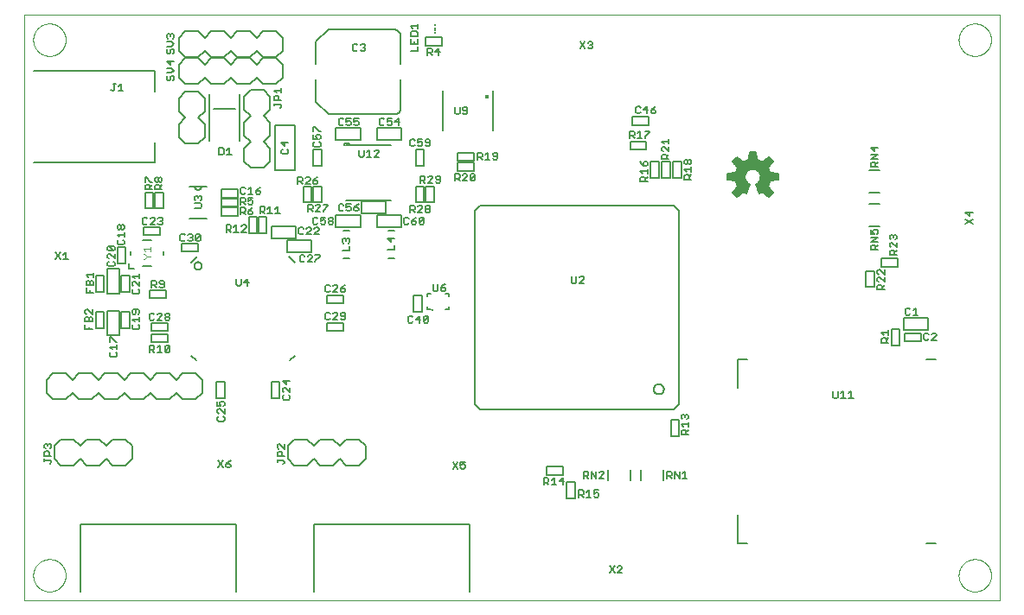
<source format=gto>
G75*
%MOIN*%
%OFA0B0*%
%FSLAX25Y25*%
%IPPOS*%
%LPD*%
%AMOC8*
5,1,8,0,0,1.08239X$1,22.5*
%
%ADD10C,0.00000*%
%ADD11C,0.00500*%
%ADD12C,0.00600*%
%ADD13C,0.00400*%
%ADD14R,0.00787X0.00591*%
%ADD15R,0.00787X0.01181*%
%ADD16C,0.00787*%
%ADD17C,0.01575*%
%ADD18C,0.00591*%
D10*
X0008730Y0046472D02*
X0008730Y0272457D01*
X0384715Y0272457D01*
X0384715Y0046472D01*
X0008730Y0046472D01*
X0012126Y0056118D02*
X0012128Y0056276D01*
X0012134Y0056433D01*
X0012144Y0056591D01*
X0012158Y0056748D01*
X0012176Y0056904D01*
X0012197Y0057061D01*
X0012223Y0057216D01*
X0012253Y0057371D01*
X0012286Y0057525D01*
X0012324Y0057678D01*
X0012365Y0057831D01*
X0012410Y0057982D01*
X0012459Y0058132D01*
X0012512Y0058280D01*
X0012568Y0058428D01*
X0012629Y0058573D01*
X0012692Y0058718D01*
X0012760Y0058860D01*
X0012831Y0059001D01*
X0012905Y0059140D01*
X0012983Y0059277D01*
X0013065Y0059412D01*
X0013149Y0059545D01*
X0013238Y0059676D01*
X0013329Y0059804D01*
X0013424Y0059931D01*
X0013521Y0060054D01*
X0013622Y0060176D01*
X0013726Y0060294D01*
X0013833Y0060410D01*
X0013943Y0060523D01*
X0014055Y0060634D01*
X0014171Y0060741D01*
X0014289Y0060846D01*
X0014409Y0060948D01*
X0014532Y0061046D01*
X0014658Y0061142D01*
X0014786Y0061234D01*
X0014916Y0061323D01*
X0015048Y0061409D01*
X0015183Y0061491D01*
X0015320Y0061570D01*
X0015458Y0061645D01*
X0015598Y0061717D01*
X0015741Y0061785D01*
X0015884Y0061850D01*
X0016030Y0061911D01*
X0016177Y0061968D01*
X0016325Y0062022D01*
X0016475Y0062072D01*
X0016625Y0062118D01*
X0016777Y0062160D01*
X0016930Y0062199D01*
X0017084Y0062233D01*
X0017239Y0062264D01*
X0017394Y0062290D01*
X0017550Y0062313D01*
X0017707Y0062332D01*
X0017864Y0062347D01*
X0018021Y0062358D01*
X0018179Y0062365D01*
X0018337Y0062368D01*
X0018494Y0062367D01*
X0018652Y0062362D01*
X0018809Y0062353D01*
X0018967Y0062340D01*
X0019123Y0062323D01*
X0019280Y0062302D01*
X0019435Y0062278D01*
X0019590Y0062249D01*
X0019745Y0062216D01*
X0019898Y0062180D01*
X0020051Y0062139D01*
X0020202Y0062095D01*
X0020352Y0062047D01*
X0020501Y0061996D01*
X0020649Y0061940D01*
X0020795Y0061881D01*
X0020940Y0061818D01*
X0021083Y0061751D01*
X0021224Y0061681D01*
X0021363Y0061608D01*
X0021501Y0061531D01*
X0021637Y0061450D01*
X0021770Y0061366D01*
X0021901Y0061279D01*
X0022030Y0061188D01*
X0022157Y0061094D01*
X0022282Y0060997D01*
X0022403Y0060897D01*
X0022523Y0060794D01*
X0022639Y0060688D01*
X0022753Y0060579D01*
X0022865Y0060467D01*
X0022973Y0060353D01*
X0023078Y0060235D01*
X0023181Y0060115D01*
X0023280Y0059993D01*
X0023376Y0059868D01*
X0023469Y0059740D01*
X0023559Y0059611D01*
X0023645Y0059479D01*
X0023729Y0059345D01*
X0023808Y0059209D01*
X0023885Y0059071D01*
X0023957Y0058931D01*
X0024026Y0058789D01*
X0024092Y0058646D01*
X0024154Y0058501D01*
X0024212Y0058354D01*
X0024267Y0058206D01*
X0024318Y0058057D01*
X0024365Y0057906D01*
X0024408Y0057755D01*
X0024447Y0057602D01*
X0024483Y0057448D01*
X0024514Y0057294D01*
X0024542Y0057139D01*
X0024566Y0056983D01*
X0024586Y0056826D01*
X0024602Y0056669D01*
X0024614Y0056512D01*
X0024622Y0056355D01*
X0024626Y0056197D01*
X0024626Y0056039D01*
X0024622Y0055881D01*
X0024614Y0055724D01*
X0024602Y0055567D01*
X0024586Y0055410D01*
X0024566Y0055253D01*
X0024542Y0055097D01*
X0024514Y0054942D01*
X0024483Y0054788D01*
X0024447Y0054634D01*
X0024408Y0054481D01*
X0024365Y0054330D01*
X0024318Y0054179D01*
X0024267Y0054030D01*
X0024212Y0053882D01*
X0024154Y0053735D01*
X0024092Y0053590D01*
X0024026Y0053447D01*
X0023957Y0053305D01*
X0023885Y0053165D01*
X0023808Y0053027D01*
X0023729Y0052891D01*
X0023645Y0052757D01*
X0023559Y0052625D01*
X0023469Y0052496D01*
X0023376Y0052368D01*
X0023280Y0052243D01*
X0023181Y0052121D01*
X0023078Y0052001D01*
X0022973Y0051883D01*
X0022865Y0051769D01*
X0022753Y0051657D01*
X0022639Y0051548D01*
X0022523Y0051442D01*
X0022403Y0051339D01*
X0022282Y0051239D01*
X0022157Y0051142D01*
X0022030Y0051048D01*
X0021901Y0050957D01*
X0021770Y0050870D01*
X0021637Y0050786D01*
X0021501Y0050705D01*
X0021363Y0050628D01*
X0021224Y0050555D01*
X0021083Y0050485D01*
X0020940Y0050418D01*
X0020795Y0050355D01*
X0020649Y0050296D01*
X0020501Y0050240D01*
X0020352Y0050189D01*
X0020202Y0050141D01*
X0020051Y0050097D01*
X0019898Y0050056D01*
X0019745Y0050020D01*
X0019590Y0049987D01*
X0019435Y0049958D01*
X0019280Y0049934D01*
X0019123Y0049913D01*
X0018967Y0049896D01*
X0018809Y0049883D01*
X0018652Y0049874D01*
X0018494Y0049869D01*
X0018337Y0049868D01*
X0018179Y0049871D01*
X0018021Y0049878D01*
X0017864Y0049889D01*
X0017707Y0049904D01*
X0017550Y0049923D01*
X0017394Y0049946D01*
X0017239Y0049972D01*
X0017084Y0050003D01*
X0016930Y0050037D01*
X0016777Y0050076D01*
X0016625Y0050118D01*
X0016475Y0050164D01*
X0016325Y0050214D01*
X0016177Y0050268D01*
X0016030Y0050325D01*
X0015884Y0050386D01*
X0015741Y0050451D01*
X0015598Y0050519D01*
X0015458Y0050591D01*
X0015320Y0050666D01*
X0015183Y0050745D01*
X0015048Y0050827D01*
X0014916Y0050913D01*
X0014786Y0051002D01*
X0014658Y0051094D01*
X0014532Y0051190D01*
X0014409Y0051288D01*
X0014289Y0051390D01*
X0014171Y0051495D01*
X0014055Y0051602D01*
X0013943Y0051713D01*
X0013833Y0051826D01*
X0013726Y0051942D01*
X0013622Y0052060D01*
X0013521Y0052182D01*
X0013424Y0052305D01*
X0013329Y0052432D01*
X0013238Y0052560D01*
X0013149Y0052691D01*
X0013065Y0052824D01*
X0012983Y0052959D01*
X0012905Y0053096D01*
X0012831Y0053235D01*
X0012760Y0053376D01*
X0012692Y0053518D01*
X0012629Y0053663D01*
X0012568Y0053808D01*
X0012512Y0053956D01*
X0012459Y0054104D01*
X0012410Y0054254D01*
X0012365Y0054405D01*
X0012324Y0054558D01*
X0012286Y0054711D01*
X0012253Y0054865D01*
X0012223Y0055020D01*
X0012197Y0055175D01*
X0012176Y0055332D01*
X0012158Y0055488D01*
X0012144Y0055645D01*
X0012134Y0055803D01*
X0012128Y0055960D01*
X0012126Y0056118D01*
X0012126Y0262811D02*
X0012128Y0262969D01*
X0012134Y0263126D01*
X0012144Y0263284D01*
X0012158Y0263441D01*
X0012176Y0263597D01*
X0012197Y0263754D01*
X0012223Y0263909D01*
X0012253Y0264064D01*
X0012286Y0264218D01*
X0012324Y0264371D01*
X0012365Y0264524D01*
X0012410Y0264675D01*
X0012459Y0264825D01*
X0012512Y0264973D01*
X0012568Y0265121D01*
X0012629Y0265266D01*
X0012692Y0265411D01*
X0012760Y0265553D01*
X0012831Y0265694D01*
X0012905Y0265833D01*
X0012983Y0265970D01*
X0013065Y0266105D01*
X0013149Y0266238D01*
X0013238Y0266369D01*
X0013329Y0266497D01*
X0013424Y0266624D01*
X0013521Y0266747D01*
X0013622Y0266869D01*
X0013726Y0266987D01*
X0013833Y0267103D01*
X0013943Y0267216D01*
X0014055Y0267327D01*
X0014171Y0267434D01*
X0014289Y0267539D01*
X0014409Y0267641D01*
X0014532Y0267739D01*
X0014658Y0267835D01*
X0014786Y0267927D01*
X0014916Y0268016D01*
X0015048Y0268102D01*
X0015183Y0268184D01*
X0015320Y0268263D01*
X0015458Y0268338D01*
X0015598Y0268410D01*
X0015741Y0268478D01*
X0015884Y0268543D01*
X0016030Y0268604D01*
X0016177Y0268661D01*
X0016325Y0268715D01*
X0016475Y0268765D01*
X0016625Y0268811D01*
X0016777Y0268853D01*
X0016930Y0268892D01*
X0017084Y0268926D01*
X0017239Y0268957D01*
X0017394Y0268983D01*
X0017550Y0269006D01*
X0017707Y0269025D01*
X0017864Y0269040D01*
X0018021Y0269051D01*
X0018179Y0269058D01*
X0018337Y0269061D01*
X0018494Y0269060D01*
X0018652Y0269055D01*
X0018809Y0269046D01*
X0018967Y0269033D01*
X0019123Y0269016D01*
X0019280Y0268995D01*
X0019435Y0268971D01*
X0019590Y0268942D01*
X0019745Y0268909D01*
X0019898Y0268873D01*
X0020051Y0268832D01*
X0020202Y0268788D01*
X0020352Y0268740D01*
X0020501Y0268689D01*
X0020649Y0268633D01*
X0020795Y0268574D01*
X0020940Y0268511D01*
X0021083Y0268444D01*
X0021224Y0268374D01*
X0021363Y0268301D01*
X0021501Y0268224D01*
X0021637Y0268143D01*
X0021770Y0268059D01*
X0021901Y0267972D01*
X0022030Y0267881D01*
X0022157Y0267787D01*
X0022282Y0267690D01*
X0022403Y0267590D01*
X0022523Y0267487D01*
X0022639Y0267381D01*
X0022753Y0267272D01*
X0022865Y0267160D01*
X0022973Y0267046D01*
X0023078Y0266928D01*
X0023181Y0266808D01*
X0023280Y0266686D01*
X0023376Y0266561D01*
X0023469Y0266433D01*
X0023559Y0266304D01*
X0023645Y0266172D01*
X0023729Y0266038D01*
X0023808Y0265902D01*
X0023885Y0265764D01*
X0023957Y0265624D01*
X0024026Y0265482D01*
X0024092Y0265339D01*
X0024154Y0265194D01*
X0024212Y0265047D01*
X0024267Y0264899D01*
X0024318Y0264750D01*
X0024365Y0264599D01*
X0024408Y0264448D01*
X0024447Y0264295D01*
X0024483Y0264141D01*
X0024514Y0263987D01*
X0024542Y0263832D01*
X0024566Y0263676D01*
X0024586Y0263519D01*
X0024602Y0263362D01*
X0024614Y0263205D01*
X0024622Y0263048D01*
X0024626Y0262890D01*
X0024626Y0262732D01*
X0024622Y0262574D01*
X0024614Y0262417D01*
X0024602Y0262260D01*
X0024586Y0262103D01*
X0024566Y0261946D01*
X0024542Y0261790D01*
X0024514Y0261635D01*
X0024483Y0261481D01*
X0024447Y0261327D01*
X0024408Y0261174D01*
X0024365Y0261023D01*
X0024318Y0260872D01*
X0024267Y0260723D01*
X0024212Y0260575D01*
X0024154Y0260428D01*
X0024092Y0260283D01*
X0024026Y0260140D01*
X0023957Y0259998D01*
X0023885Y0259858D01*
X0023808Y0259720D01*
X0023729Y0259584D01*
X0023645Y0259450D01*
X0023559Y0259318D01*
X0023469Y0259189D01*
X0023376Y0259061D01*
X0023280Y0258936D01*
X0023181Y0258814D01*
X0023078Y0258694D01*
X0022973Y0258576D01*
X0022865Y0258462D01*
X0022753Y0258350D01*
X0022639Y0258241D01*
X0022523Y0258135D01*
X0022403Y0258032D01*
X0022282Y0257932D01*
X0022157Y0257835D01*
X0022030Y0257741D01*
X0021901Y0257650D01*
X0021770Y0257563D01*
X0021637Y0257479D01*
X0021501Y0257398D01*
X0021363Y0257321D01*
X0021224Y0257248D01*
X0021083Y0257178D01*
X0020940Y0257111D01*
X0020795Y0257048D01*
X0020649Y0256989D01*
X0020501Y0256933D01*
X0020352Y0256882D01*
X0020202Y0256834D01*
X0020051Y0256790D01*
X0019898Y0256749D01*
X0019745Y0256713D01*
X0019590Y0256680D01*
X0019435Y0256651D01*
X0019280Y0256627D01*
X0019123Y0256606D01*
X0018967Y0256589D01*
X0018809Y0256576D01*
X0018652Y0256567D01*
X0018494Y0256562D01*
X0018337Y0256561D01*
X0018179Y0256564D01*
X0018021Y0256571D01*
X0017864Y0256582D01*
X0017707Y0256597D01*
X0017550Y0256616D01*
X0017394Y0256639D01*
X0017239Y0256665D01*
X0017084Y0256696D01*
X0016930Y0256730D01*
X0016777Y0256769D01*
X0016625Y0256811D01*
X0016475Y0256857D01*
X0016325Y0256907D01*
X0016177Y0256961D01*
X0016030Y0257018D01*
X0015884Y0257079D01*
X0015741Y0257144D01*
X0015598Y0257212D01*
X0015458Y0257284D01*
X0015320Y0257359D01*
X0015183Y0257438D01*
X0015048Y0257520D01*
X0014916Y0257606D01*
X0014786Y0257695D01*
X0014658Y0257787D01*
X0014532Y0257883D01*
X0014409Y0257981D01*
X0014289Y0258083D01*
X0014171Y0258188D01*
X0014055Y0258295D01*
X0013943Y0258406D01*
X0013833Y0258519D01*
X0013726Y0258635D01*
X0013622Y0258753D01*
X0013521Y0258875D01*
X0013424Y0258998D01*
X0013329Y0259125D01*
X0013238Y0259253D01*
X0013149Y0259384D01*
X0013065Y0259517D01*
X0012983Y0259652D01*
X0012905Y0259789D01*
X0012831Y0259928D01*
X0012760Y0260069D01*
X0012692Y0260211D01*
X0012629Y0260356D01*
X0012568Y0260501D01*
X0012512Y0260649D01*
X0012459Y0260797D01*
X0012410Y0260947D01*
X0012365Y0261098D01*
X0012324Y0261251D01*
X0012286Y0261404D01*
X0012253Y0261558D01*
X0012223Y0261713D01*
X0012197Y0261868D01*
X0012176Y0262025D01*
X0012158Y0262181D01*
X0012144Y0262338D01*
X0012134Y0262496D01*
X0012128Y0262653D01*
X0012126Y0262811D01*
X0368819Y0262811D02*
X0368821Y0262969D01*
X0368827Y0263126D01*
X0368837Y0263284D01*
X0368851Y0263441D01*
X0368869Y0263597D01*
X0368890Y0263754D01*
X0368916Y0263909D01*
X0368946Y0264064D01*
X0368979Y0264218D01*
X0369017Y0264371D01*
X0369058Y0264524D01*
X0369103Y0264675D01*
X0369152Y0264825D01*
X0369205Y0264973D01*
X0369261Y0265121D01*
X0369322Y0265266D01*
X0369385Y0265411D01*
X0369453Y0265553D01*
X0369524Y0265694D01*
X0369598Y0265833D01*
X0369676Y0265970D01*
X0369758Y0266105D01*
X0369842Y0266238D01*
X0369931Y0266369D01*
X0370022Y0266497D01*
X0370117Y0266624D01*
X0370214Y0266747D01*
X0370315Y0266869D01*
X0370419Y0266987D01*
X0370526Y0267103D01*
X0370636Y0267216D01*
X0370748Y0267327D01*
X0370864Y0267434D01*
X0370982Y0267539D01*
X0371102Y0267641D01*
X0371225Y0267739D01*
X0371351Y0267835D01*
X0371479Y0267927D01*
X0371609Y0268016D01*
X0371741Y0268102D01*
X0371876Y0268184D01*
X0372013Y0268263D01*
X0372151Y0268338D01*
X0372291Y0268410D01*
X0372434Y0268478D01*
X0372577Y0268543D01*
X0372723Y0268604D01*
X0372870Y0268661D01*
X0373018Y0268715D01*
X0373168Y0268765D01*
X0373318Y0268811D01*
X0373470Y0268853D01*
X0373623Y0268892D01*
X0373777Y0268926D01*
X0373932Y0268957D01*
X0374087Y0268983D01*
X0374243Y0269006D01*
X0374400Y0269025D01*
X0374557Y0269040D01*
X0374714Y0269051D01*
X0374872Y0269058D01*
X0375030Y0269061D01*
X0375187Y0269060D01*
X0375345Y0269055D01*
X0375502Y0269046D01*
X0375660Y0269033D01*
X0375816Y0269016D01*
X0375973Y0268995D01*
X0376128Y0268971D01*
X0376283Y0268942D01*
X0376438Y0268909D01*
X0376591Y0268873D01*
X0376744Y0268832D01*
X0376895Y0268788D01*
X0377045Y0268740D01*
X0377194Y0268689D01*
X0377342Y0268633D01*
X0377488Y0268574D01*
X0377633Y0268511D01*
X0377776Y0268444D01*
X0377917Y0268374D01*
X0378056Y0268301D01*
X0378194Y0268224D01*
X0378330Y0268143D01*
X0378463Y0268059D01*
X0378594Y0267972D01*
X0378723Y0267881D01*
X0378850Y0267787D01*
X0378975Y0267690D01*
X0379096Y0267590D01*
X0379216Y0267487D01*
X0379332Y0267381D01*
X0379446Y0267272D01*
X0379558Y0267160D01*
X0379666Y0267046D01*
X0379771Y0266928D01*
X0379874Y0266808D01*
X0379973Y0266686D01*
X0380069Y0266561D01*
X0380162Y0266433D01*
X0380252Y0266304D01*
X0380338Y0266172D01*
X0380422Y0266038D01*
X0380501Y0265902D01*
X0380578Y0265764D01*
X0380650Y0265624D01*
X0380719Y0265482D01*
X0380785Y0265339D01*
X0380847Y0265194D01*
X0380905Y0265047D01*
X0380960Y0264899D01*
X0381011Y0264750D01*
X0381058Y0264599D01*
X0381101Y0264448D01*
X0381140Y0264295D01*
X0381176Y0264141D01*
X0381207Y0263987D01*
X0381235Y0263832D01*
X0381259Y0263676D01*
X0381279Y0263519D01*
X0381295Y0263362D01*
X0381307Y0263205D01*
X0381315Y0263048D01*
X0381319Y0262890D01*
X0381319Y0262732D01*
X0381315Y0262574D01*
X0381307Y0262417D01*
X0381295Y0262260D01*
X0381279Y0262103D01*
X0381259Y0261946D01*
X0381235Y0261790D01*
X0381207Y0261635D01*
X0381176Y0261481D01*
X0381140Y0261327D01*
X0381101Y0261174D01*
X0381058Y0261023D01*
X0381011Y0260872D01*
X0380960Y0260723D01*
X0380905Y0260575D01*
X0380847Y0260428D01*
X0380785Y0260283D01*
X0380719Y0260140D01*
X0380650Y0259998D01*
X0380578Y0259858D01*
X0380501Y0259720D01*
X0380422Y0259584D01*
X0380338Y0259450D01*
X0380252Y0259318D01*
X0380162Y0259189D01*
X0380069Y0259061D01*
X0379973Y0258936D01*
X0379874Y0258814D01*
X0379771Y0258694D01*
X0379666Y0258576D01*
X0379558Y0258462D01*
X0379446Y0258350D01*
X0379332Y0258241D01*
X0379216Y0258135D01*
X0379096Y0258032D01*
X0378975Y0257932D01*
X0378850Y0257835D01*
X0378723Y0257741D01*
X0378594Y0257650D01*
X0378463Y0257563D01*
X0378330Y0257479D01*
X0378194Y0257398D01*
X0378056Y0257321D01*
X0377917Y0257248D01*
X0377776Y0257178D01*
X0377633Y0257111D01*
X0377488Y0257048D01*
X0377342Y0256989D01*
X0377194Y0256933D01*
X0377045Y0256882D01*
X0376895Y0256834D01*
X0376744Y0256790D01*
X0376591Y0256749D01*
X0376438Y0256713D01*
X0376283Y0256680D01*
X0376128Y0256651D01*
X0375973Y0256627D01*
X0375816Y0256606D01*
X0375660Y0256589D01*
X0375502Y0256576D01*
X0375345Y0256567D01*
X0375187Y0256562D01*
X0375030Y0256561D01*
X0374872Y0256564D01*
X0374714Y0256571D01*
X0374557Y0256582D01*
X0374400Y0256597D01*
X0374243Y0256616D01*
X0374087Y0256639D01*
X0373932Y0256665D01*
X0373777Y0256696D01*
X0373623Y0256730D01*
X0373470Y0256769D01*
X0373318Y0256811D01*
X0373168Y0256857D01*
X0373018Y0256907D01*
X0372870Y0256961D01*
X0372723Y0257018D01*
X0372577Y0257079D01*
X0372434Y0257144D01*
X0372291Y0257212D01*
X0372151Y0257284D01*
X0372013Y0257359D01*
X0371876Y0257438D01*
X0371741Y0257520D01*
X0371609Y0257606D01*
X0371479Y0257695D01*
X0371351Y0257787D01*
X0371225Y0257883D01*
X0371102Y0257981D01*
X0370982Y0258083D01*
X0370864Y0258188D01*
X0370748Y0258295D01*
X0370636Y0258406D01*
X0370526Y0258519D01*
X0370419Y0258635D01*
X0370315Y0258753D01*
X0370214Y0258875D01*
X0370117Y0258998D01*
X0370022Y0259125D01*
X0369931Y0259253D01*
X0369842Y0259384D01*
X0369758Y0259517D01*
X0369676Y0259652D01*
X0369598Y0259789D01*
X0369524Y0259928D01*
X0369453Y0260069D01*
X0369385Y0260211D01*
X0369322Y0260356D01*
X0369261Y0260501D01*
X0369205Y0260649D01*
X0369152Y0260797D01*
X0369103Y0260947D01*
X0369058Y0261098D01*
X0369017Y0261251D01*
X0368979Y0261404D01*
X0368946Y0261558D01*
X0368916Y0261713D01*
X0368890Y0261868D01*
X0368869Y0262025D01*
X0368851Y0262181D01*
X0368837Y0262338D01*
X0368827Y0262496D01*
X0368821Y0262653D01*
X0368819Y0262811D01*
X0368819Y0056118D02*
X0368821Y0056276D01*
X0368827Y0056433D01*
X0368837Y0056591D01*
X0368851Y0056748D01*
X0368869Y0056904D01*
X0368890Y0057061D01*
X0368916Y0057216D01*
X0368946Y0057371D01*
X0368979Y0057525D01*
X0369017Y0057678D01*
X0369058Y0057831D01*
X0369103Y0057982D01*
X0369152Y0058132D01*
X0369205Y0058280D01*
X0369261Y0058428D01*
X0369322Y0058573D01*
X0369385Y0058718D01*
X0369453Y0058860D01*
X0369524Y0059001D01*
X0369598Y0059140D01*
X0369676Y0059277D01*
X0369758Y0059412D01*
X0369842Y0059545D01*
X0369931Y0059676D01*
X0370022Y0059804D01*
X0370117Y0059931D01*
X0370214Y0060054D01*
X0370315Y0060176D01*
X0370419Y0060294D01*
X0370526Y0060410D01*
X0370636Y0060523D01*
X0370748Y0060634D01*
X0370864Y0060741D01*
X0370982Y0060846D01*
X0371102Y0060948D01*
X0371225Y0061046D01*
X0371351Y0061142D01*
X0371479Y0061234D01*
X0371609Y0061323D01*
X0371741Y0061409D01*
X0371876Y0061491D01*
X0372013Y0061570D01*
X0372151Y0061645D01*
X0372291Y0061717D01*
X0372434Y0061785D01*
X0372577Y0061850D01*
X0372723Y0061911D01*
X0372870Y0061968D01*
X0373018Y0062022D01*
X0373168Y0062072D01*
X0373318Y0062118D01*
X0373470Y0062160D01*
X0373623Y0062199D01*
X0373777Y0062233D01*
X0373932Y0062264D01*
X0374087Y0062290D01*
X0374243Y0062313D01*
X0374400Y0062332D01*
X0374557Y0062347D01*
X0374714Y0062358D01*
X0374872Y0062365D01*
X0375030Y0062368D01*
X0375187Y0062367D01*
X0375345Y0062362D01*
X0375502Y0062353D01*
X0375660Y0062340D01*
X0375816Y0062323D01*
X0375973Y0062302D01*
X0376128Y0062278D01*
X0376283Y0062249D01*
X0376438Y0062216D01*
X0376591Y0062180D01*
X0376744Y0062139D01*
X0376895Y0062095D01*
X0377045Y0062047D01*
X0377194Y0061996D01*
X0377342Y0061940D01*
X0377488Y0061881D01*
X0377633Y0061818D01*
X0377776Y0061751D01*
X0377917Y0061681D01*
X0378056Y0061608D01*
X0378194Y0061531D01*
X0378330Y0061450D01*
X0378463Y0061366D01*
X0378594Y0061279D01*
X0378723Y0061188D01*
X0378850Y0061094D01*
X0378975Y0060997D01*
X0379096Y0060897D01*
X0379216Y0060794D01*
X0379332Y0060688D01*
X0379446Y0060579D01*
X0379558Y0060467D01*
X0379666Y0060353D01*
X0379771Y0060235D01*
X0379874Y0060115D01*
X0379973Y0059993D01*
X0380069Y0059868D01*
X0380162Y0059740D01*
X0380252Y0059611D01*
X0380338Y0059479D01*
X0380422Y0059345D01*
X0380501Y0059209D01*
X0380578Y0059071D01*
X0380650Y0058931D01*
X0380719Y0058789D01*
X0380785Y0058646D01*
X0380847Y0058501D01*
X0380905Y0058354D01*
X0380960Y0058206D01*
X0381011Y0058057D01*
X0381058Y0057906D01*
X0381101Y0057755D01*
X0381140Y0057602D01*
X0381176Y0057448D01*
X0381207Y0057294D01*
X0381235Y0057139D01*
X0381259Y0056983D01*
X0381279Y0056826D01*
X0381295Y0056669D01*
X0381307Y0056512D01*
X0381315Y0056355D01*
X0381319Y0056197D01*
X0381319Y0056039D01*
X0381315Y0055881D01*
X0381307Y0055724D01*
X0381295Y0055567D01*
X0381279Y0055410D01*
X0381259Y0055253D01*
X0381235Y0055097D01*
X0381207Y0054942D01*
X0381176Y0054788D01*
X0381140Y0054634D01*
X0381101Y0054481D01*
X0381058Y0054330D01*
X0381011Y0054179D01*
X0380960Y0054030D01*
X0380905Y0053882D01*
X0380847Y0053735D01*
X0380785Y0053590D01*
X0380719Y0053447D01*
X0380650Y0053305D01*
X0380578Y0053165D01*
X0380501Y0053027D01*
X0380422Y0052891D01*
X0380338Y0052757D01*
X0380252Y0052625D01*
X0380162Y0052496D01*
X0380069Y0052368D01*
X0379973Y0052243D01*
X0379874Y0052121D01*
X0379771Y0052001D01*
X0379666Y0051883D01*
X0379558Y0051769D01*
X0379446Y0051657D01*
X0379332Y0051548D01*
X0379216Y0051442D01*
X0379096Y0051339D01*
X0378975Y0051239D01*
X0378850Y0051142D01*
X0378723Y0051048D01*
X0378594Y0050957D01*
X0378463Y0050870D01*
X0378330Y0050786D01*
X0378194Y0050705D01*
X0378056Y0050628D01*
X0377917Y0050555D01*
X0377776Y0050485D01*
X0377633Y0050418D01*
X0377488Y0050355D01*
X0377342Y0050296D01*
X0377194Y0050240D01*
X0377045Y0050189D01*
X0376895Y0050141D01*
X0376744Y0050097D01*
X0376591Y0050056D01*
X0376438Y0050020D01*
X0376283Y0049987D01*
X0376128Y0049958D01*
X0375973Y0049934D01*
X0375816Y0049913D01*
X0375660Y0049896D01*
X0375502Y0049883D01*
X0375345Y0049874D01*
X0375187Y0049869D01*
X0375030Y0049868D01*
X0374872Y0049871D01*
X0374714Y0049878D01*
X0374557Y0049889D01*
X0374400Y0049904D01*
X0374243Y0049923D01*
X0374087Y0049946D01*
X0373932Y0049972D01*
X0373777Y0050003D01*
X0373623Y0050037D01*
X0373470Y0050076D01*
X0373318Y0050118D01*
X0373168Y0050164D01*
X0373018Y0050214D01*
X0372870Y0050268D01*
X0372723Y0050325D01*
X0372577Y0050386D01*
X0372434Y0050451D01*
X0372291Y0050519D01*
X0372151Y0050591D01*
X0372013Y0050666D01*
X0371876Y0050745D01*
X0371741Y0050827D01*
X0371609Y0050913D01*
X0371479Y0051002D01*
X0371351Y0051094D01*
X0371225Y0051190D01*
X0371102Y0051288D01*
X0370982Y0051390D01*
X0370864Y0051495D01*
X0370748Y0051602D01*
X0370636Y0051713D01*
X0370526Y0051826D01*
X0370419Y0051942D01*
X0370315Y0052060D01*
X0370214Y0052182D01*
X0370117Y0052305D01*
X0370022Y0052432D01*
X0369931Y0052560D01*
X0369842Y0052691D01*
X0369758Y0052824D01*
X0369676Y0052959D01*
X0369598Y0053096D01*
X0369524Y0053235D01*
X0369453Y0053376D01*
X0369385Y0053518D01*
X0369322Y0053663D01*
X0369261Y0053808D01*
X0369205Y0053956D01*
X0369152Y0054104D01*
X0369103Y0054254D01*
X0369058Y0054405D01*
X0369017Y0054558D01*
X0368979Y0054711D01*
X0368946Y0054865D01*
X0368916Y0055020D01*
X0368890Y0055175D01*
X0368869Y0055332D01*
X0368851Y0055488D01*
X0368837Y0055645D01*
X0368827Y0055803D01*
X0368821Y0055960D01*
X0368819Y0056118D01*
D11*
X0359911Y0068520D02*
X0356368Y0068520D01*
X0287470Y0068520D02*
X0283533Y0068520D01*
X0283533Y0079543D01*
X0264116Y0093573D02*
X0262314Y0093573D01*
X0263215Y0093573D02*
X0263215Y0096275D01*
X0262314Y0095374D01*
X0261169Y0096275D02*
X0261169Y0093573D01*
X0259368Y0096275D01*
X0259368Y0093573D01*
X0258223Y0093573D02*
X0257322Y0094474D01*
X0257772Y0094474D02*
X0256421Y0094474D01*
X0256421Y0093573D02*
X0256421Y0096275D01*
X0257772Y0096275D01*
X0258223Y0095825D01*
X0258223Y0094924D01*
X0257772Y0094474D01*
X0254990Y0092929D02*
X0254990Y0096866D01*
X0246329Y0096866D02*
X0246329Y0092929D01*
X0242195Y0092929D02*
X0242195Y0096866D01*
X0233533Y0096866D02*
X0233533Y0092929D01*
X0232029Y0093573D02*
X0230228Y0093573D01*
X0232029Y0095374D01*
X0232029Y0095825D01*
X0231579Y0096275D01*
X0230678Y0096275D01*
X0230228Y0095825D01*
X0229083Y0096275D02*
X0229083Y0093573D01*
X0227281Y0096275D01*
X0227281Y0093573D01*
X0226136Y0093573D02*
X0225235Y0094474D01*
X0225686Y0094474D02*
X0224335Y0094474D01*
X0224335Y0093573D02*
X0224335Y0096275D01*
X0225686Y0096275D01*
X0226136Y0095825D01*
X0226136Y0094924D01*
X0225686Y0094474D01*
X0220935Y0092142D02*
X0217785Y0092142D01*
X0217785Y0085843D01*
X0220935Y0085843D01*
X0220935Y0092142D01*
X0222366Y0088992D02*
X0223717Y0088992D01*
X0224168Y0088541D01*
X0224168Y0087641D01*
X0223717Y0087190D01*
X0222366Y0087190D01*
X0222366Y0086289D02*
X0222366Y0088992D01*
X0223267Y0087190D02*
X0224168Y0086289D01*
X0225313Y0086289D02*
X0227114Y0086289D01*
X0226213Y0086289D02*
X0226213Y0088992D01*
X0225313Y0088091D01*
X0228259Y0087641D02*
X0229160Y0088091D01*
X0229610Y0088091D01*
X0230061Y0087641D01*
X0230061Y0086740D01*
X0229610Y0086289D01*
X0228710Y0086289D01*
X0228259Y0086740D01*
X0228259Y0087641D02*
X0228259Y0088992D01*
X0230061Y0088992D01*
X0216675Y0092365D02*
X0214873Y0092365D01*
X0216224Y0093716D01*
X0216224Y0091014D01*
X0213728Y0091014D02*
X0211927Y0091014D01*
X0212828Y0091014D02*
X0212828Y0093716D01*
X0211927Y0092815D01*
X0210782Y0092365D02*
X0210331Y0091915D01*
X0208980Y0091915D01*
X0209881Y0091915D02*
X0210782Y0091014D01*
X0210782Y0092365D02*
X0210782Y0093266D01*
X0210331Y0093716D01*
X0208980Y0093716D01*
X0208980Y0091014D01*
X0209911Y0094898D02*
X0209911Y0098047D01*
X0216211Y0098047D01*
X0216211Y0094898D01*
X0209911Y0094898D01*
X0178610Y0097724D02*
X0178160Y0097274D01*
X0177259Y0097274D01*
X0176809Y0097724D01*
X0176809Y0098625D02*
X0177709Y0099075D01*
X0178160Y0099075D01*
X0178610Y0098625D01*
X0178610Y0097724D01*
X0176809Y0098625D02*
X0176809Y0099976D01*
X0178610Y0099976D01*
X0175664Y0099976D02*
X0173862Y0097274D01*
X0175664Y0097274D02*
X0173862Y0099976D01*
X0184321Y0120094D02*
X0182352Y0122063D01*
X0182352Y0196866D01*
X0184321Y0198835D01*
X0259124Y0198835D01*
X0261093Y0196866D01*
X0261093Y0122063D01*
X0259124Y0120094D01*
X0184321Y0120094D01*
X0163862Y0153612D02*
X0162962Y0153612D01*
X0162511Y0154063D01*
X0164313Y0155864D01*
X0164313Y0154063D01*
X0163862Y0153612D01*
X0162511Y0154063D02*
X0162511Y0155864D01*
X0162962Y0156315D01*
X0163862Y0156315D01*
X0164313Y0155864D01*
X0164045Y0158677D02*
X0165226Y0158677D01*
X0164045Y0158677D02*
X0164045Y0159858D01*
X0161880Y0157890D02*
X0158730Y0157890D01*
X0158730Y0164189D01*
X0161880Y0164189D01*
X0161880Y0157890D01*
X0160916Y0156315D02*
X0159565Y0154963D01*
X0161366Y0154963D01*
X0160916Y0153612D02*
X0160916Y0156315D01*
X0158420Y0155864D02*
X0157969Y0156315D01*
X0157068Y0156315D01*
X0156618Y0155864D01*
X0156618Y0154063D01*
X0157068Y0153612D01*
X0157969Y0153612D01*
X0158420Y0154063D01*
X0164045Y0163795D02*
X0164045Y0164976D01*
X0165226Y0164976D01*
X0166264Y0166267D02*
X0166264Y0168519D01*
X0168065Y0168519D02*
X0168065Y0166267D01*
X0167615Y0165817D01*
X0166714Y0165817D01*
X0166264Y0166267D01*
X0169210Y0166267D02*
X0169661Y0165817D01*
X0170561Y0165817D01*
X0171012Y0166267D01*
X0171012Y0166718D01*
X0170561Y0167168D01*
X0169210Y0167168D01*
X0169210Y0166267D01*
X0169210Y0167168D02*
X0170111Y0168069D01*
X0171012Y0168519D01*
X0171132Y0164976D02*
X0172313Y0164976D01*
X0172313Y0163795D01*
X0172313Y0159858D02*
X0172313Y0158677D01*
X0171132Y0158677D01*
X0151250Y0178559D02*
X0148888Y0178559D01*
X0148691Y0181762D02*
X0151394Y0181762D01*
X0151394Y0183563D01*
X0150043Y0184708D02*
X0150043Y0186510D01*
X0151394Y0186059D02*
X0148691Y0186059D01*
X0150043Y0184708D01*
X0148888Y0189189D02*
X0151250Y0189189D01*
X0154006Y0190567D02*
X0144557Y0190567D01*
X0144557Y0195291D01*
X0154006Y0195291D01*
X0154006Y0190567D01*
X0155494Y0191604D02*
X0156394Y0191604D01*
X0156845Y0192055D01*
X0157990Y0192055D02*
X0158440Y0191604D01*
X0159341Y0191604D01*
X0159791Y0192055D01*
X0159791Y0192505D01*
X0159341Y0192955D01*
X0157990Y0192955D01*
X0157990Y0192055D01*
X0157990Y0192955D02*
X0158891Y0193856D01*
X0159791Y0194307D01*
X0160936Y0193856D02*
X0161387Y0194307D01*
X0162287Y0194307D01*
X0162738Y0193856D01*
X0160936Y0192055D01*
X0161387Y0191604D01*
X0162287Y0191604D01*
X0162738Y0192055D01*
X0162738Y0193856D01*
X0160936Y0193856D02*
X0160936Y0192055D01*
X0160352Y0196132D02*
X0162154Y0197933D01*
X0162154Y0198384D01*
X0161703Y0198834D01*
X0160802Y0198834D01*
X0160352Y0198384D01*
X0159207Y0198384D02*
X0159207Y0197483D01*
X0158757Y0197033D01*
X0157406Y0197033D01*
X0158306Y0197033D02*
X0159207Y0196132D01*
X0160352Y0196132D02*
X0162154Y0196132D01*
X0163299Y0196582D02*
X0163299Y0197033D01*
X0163749Y0197483D01*
X0164650Y0197483D01*
X0165100Y0197033D01*
X0165100Y0196582D01*
X0164650Y0196132D01*
X0163749Y0196132D01*
X0163299Y0196582D01*
X0163749Y0197483D02*
X0163299Y0197933D01*
X0163299Y0198384D01*
X0163749Y0198834D01*
X0164650Y0198834D01*
X0165100Y0198384D01*
X0165100Y0197933D01*
X0164650Y0197483D01*
X0163455Y0200016D02*
X0163455Y0206315D01*
X0166604Y0206315D01*
X0166604Y0200016D01*
X0163455Y0200016D01*
X0162667Y0200016D02*
X0159518Y0200016D01*
X0159518Y0206315D01*
X0162667Y0206315D01*
X0162667Y0200016D01*
X0159207Y0198384D02*
X0158757Y0198834D01*
X0157406Y0198834D01*
X0157406Y0196132D01*
X0156394Y0194307D02*
X0155494Y0194307D01*
X0155043Y0193856D01*
X0155043Y0192055D01*
X0155494Y0191604D01*
X0156845Y0193856D02*
X0156394Y0194307D01*
X0148100Y0195685D02*
X0148100Y0200409D01*
X0138652Y0200409D01*
X0138652Y0195685D01*
X0148100Y0195685D01*
X0150069Y0200803D02*
X0132746Y0200803D01*
X0132793Y0199425D02*
X0132793Y0198074D01*
X0133694Y0198524D01*
X0134144Y0198524D01*
X0134595Y0198074D01*
X0134595Y0197173D01*
X0134144Y0196722D01*
X0133243Y0196722D01*
X0132793Y0197173D01*
X0131648Y0197173D02*
X0131198Y0196722D01*
X0130297Y0196722D01*
X0129846Y0197173D01*
X0129846Y0198974D01*
X0130297Y0199425D01*
X0131198Y0199425D01*
X0131648Y0198974D01*
X0132793Y0199425D02*
X0134595Y0199425D01*
X0135739Y0198074D02*
X0137091Y0198074D01*
X0137541Y0197623D01*
X0137541Y0197173D01*
X0137091Y0196722D01*
X0136190Y0196722D01*
X0135739Y0197173D01*
X0135739Y0198074D01*
X0136640Y0198974D01*
X0137541Y0199425D01*
X0138258Y0195291D02*
X0138258Y0190567D01*
X0128809Y0190567D01*
X0128809Y0195291D01*
X0138258Y0195291D01*
X0133927Y0189189D02*
X0131565Y0189189D01*
X0131819Y0186116D02*
X0132269Y0186116D01*
X0132720Y0185666D01*
X0133170Y0186116D01*
X0133620Y0186116D01*
X0134071Y0185666D01*
X0134071Y0184765D01*
X0133620Y0184315D01*
X0134071Y0183170D02*
X0134071Y0181368D01*
X0131369Y0181368D01*
X0131565Y0178559D02*
X0133927Y0178559D01*
X0131819Y0184315D02*
X0131369Y0184765D01*
X0131369Y0185666D01*
X0131819Y0186116D01*
X0132720Y0185666D02*
X0132720Y0185215D01*
X0127248Y0191604D02*
X0126347Y0191604D01*
X0125897Y0192055D01*
X0125897Y0192505D01*
X0126347Y0192955D01*
X0127248Y0192955D01*
X0127699Y0192505D01*
X0127699Y0192055D01*
X0127248Y0191604D01*
X0127248Y0192955D02*
X0127699Y0193406D01*
X0127699Y0193856D01*
X0127248Y0194307D01*
X0126347Y0194307D01*
X0125897Y0193856D01*
X0125897Y0193406D01*
X0126347Y0192955D01*
X0124752Y0192955D02*
X0124752Y0192055D01*
X0124302Y0191604D01*
X0123401Y0191604D01*
X0122950Y0192055D01*
X0122950Y0192955D02*
X0123851Y0193406D01*
X0124302Y0193406D01*
X0124752Y0192955D01*
X0124752Y0194307D02*
X0122950Y0194307D01*
X0122950Y0192955D01*
X0121805Y0192055D02*
X0121355Y0191604D01*
X0120454Y0191604D01*
X0120004Y0192055D01*
X0120004Y0193856D01*
X0120454Y0194307D01*
X0121355Y0194307D01*
X0121805Y0193856D01*
X0120982Y0196526D02*
X0122783Y0198327D01*
X0122783Y0198778D01*
X0122333Y0199228D01*
X0121432Y0199228D01*
X0120982Y0198778D01*
X0119837Y0198778D02*
X0119837Y0197877D01*
X0119387Y0197426D01*
X0118035Y0197426D01*
X0118035Y0196526D02*
X0118035Y0199228D01*
X0119387Y0199228D01*
X0119837Y0198778D01*
X0120148Y0200016D02*
X0120148Y0206315D01*
X0123297Y0206315D01*
X0123297Y0200016D01*
X0120148Y0200016D01*
X0119360Y0200016D02*
X0116211Y0200016D01*
X0116211Y0206315D01*
X0119360Y0206315D01*
X0119360Y0200016D01*
X0118936Y0197426D02*
X0119837Y0196526D01*
X0120982Y0196526D02*
X0122783Y0196526D01*
X0123928Y0196526D02*
X0123928Y0196976D01*
X0125730Y0198778D01*
X0125730Y0199228D01*
X0123928Y0199228D01*
X0121343Y0207156D02*
X0121793Y0207606D01*
X0121793Y0208056D01*
X0121343Y0208507D01*
X0119991Y0208507D01*
X0119991Y0207606D01*
X0120442Y0207156D01*
X0121343Y0207156D01*
X0119991Y0208507D02*
X0120892Y0209407D01*
X0121793Y0209858D01*
X0118846Y0209407D02*
X0118396Y0209858D01*
X0117495Y0209858D01*
X0117045Y0209407D01*
X0115900Y0209407D02*
X0115900Y0208507D01*
X0115450Y0208056D01*
X0114098Y0208056D01*
X0114098Y0207156D02*
X0114098Y0209858D01*
X0115450Y0209858D01*
X0115900Y0209407D01*
X0114999Y0208056D02*
X0115900Y0207156D01*
X0117045Y0207156D02*
X0118846Y0208957D01*
X0118846Y0209407D01*
X0118846Y0207156D02*
X0117045Y0207156D01*
X0113061Y0212614D02*
X0105187Y0212614D01*
X0105187Y0229937D01*
X0113061Y0229937D01*
X0113061Y0212614D01*
X0109998Y0218770D02*
X0110449Y0219220D01*
X0110449Y0220121D01*
X0109998Y0220571D01*
X0109098Y0221716D02*
X0109098Y0223518D01*
X0110449Y0223067D02*
X0107747Y0223067D01*
X0109098Y0221716D01*
X0108197Y0220571D02*
X0107747Y0220121D01*
X0107747Y0219220D01*
X0108197Y0218770D01*
X0109998Y0218770D01*
X0120148Y0220488D02*
X0120148Y0214189D01*
X0123297Y0214189D01*
X0123297Y0220488D01*
X0120148Y0220488D01*
X0120598Y0221526D02*
X0122400Y0221526D01*
X0122850Y0221976D01*
X0122850Y0222877D01*
X0122400Y0223327D01*
X0122400Y0224472D02*
X0122850Y0224922D01*
X0122850Y0225823D01*
X0122400Y0226274D01*
X0121499Y0226274D01*
X0121049Y0225823D01*
X0121049Y0225373D01*
X0121499Y0224472D01*
X0120148Y0224472D01*
X0120148Y0226274D01*
X0120148Y0227419D02*
X0120148Y0229220D01*
X0120598Y0229220D01*
X0122400Y0227419D01*
X0122850Y0227419D01*
X0120598Y0223327D02*
X0120148Y0222877D01*
X0120148Y0221976D01*
X0120598Y0221526D01*
X0128809Y0224031D02*
X0128809Y0228756D01*
X0138258Y0228756D01*
X0138258Y0224031D01*
X0128809Y0224031D01*
X0131959Y0222850D02*
X0131959Y0222063D01*
X0132746Y0222063D02*
X0150069Y0222063D01*
X0154006Y0224031D02*
X0144557Y0224031D01*
X0144557Y0228756D01*
X0154006Y0228756D01*
X0154006Y0224031D01*
X0157406Y0223974D02*
X0157406Y0222173D01*
X0157856Y0221722D01*
X0158757Y0221722D01*
X0159207Y0222173D01*
X0160352Y0222173D02*
X0160802Y0221722D01*
X0161703Y0221722D01*
X0162154Y0222173D01*
X0162154Y0223074D01*
X0161703Y0223524D01*
X0161253Y0223524D01*
X0160352Y0223074D01*
X0160352Y0224425D01*
X0162154Y0224425D01*
X0163299Y0223974D02*
X0163299Y0223524D01*
X0163749Y0223074D01*
X0165100Y0223074D01*
X0165100Y0223974D02*
X0164650Y0224425D01*
X0163749Y0224425D01*
X0163299Y0223974D01*
X0165100Y0223974D02*
X0165100Y0222173D01*
X0164650Y0221722D01*
X0163749Y0221722D01*
X0163299Y0222173D01*
X0162667Y0220488D02*
X0159518Y0220488D01*
X0159518Y0214189D01*
X0162667Y0214189D01*
X0162667Y0220488D01*
X0159207Y0223974D02*
X0158757Y0224425D01*
X0157856Y0224425D01*
X0157406Y0223974D01*
X0152839Y0229793D02*
X0152839Y0232496D01*
X0151488Y0231144D01*
X0153289Y0231144D01*
X0150343Y0231144D02*
X0150343Y0230244D01*
X0149892Y0229793D01*
X0148991Y0229793D01*
X0148541Y0230244D01*
X0148541Y0231144D02*
X0149442Y0231595D01*
X0149892Y0231595D01*
X0150343Y0231144D01*
X0150343Y0232496D02*
X0148541Y0232496D01*
X0148541Y0231144D01*
X0147396Y0230244D02*
X0146946Y0229793D01*
X0146045Y0229793D01*
X0145594Y0230244D01*
X0145594Y0232045D01*
X0146045Y0232496D01*
X0146946Y0232496D01*
X0147396Y0232045D01*
X0151250Y0234071D02*
X0125856Y0234071D01*
X0121132Y0238795D01*
X0121132Y0247457D01*
X0121132Y0253362D02*
X0121132Y0262024D01*
X0125856Y0266748D01*
X0151250Y0266748D01*
X0151350Y0266746D01*
X0151451Y0266740D01*
X0151551Y0266730D01*
X0151650Y0266716D01*
X0151749Y0266699D01*
X0151847Y0266677D01*
X0151945Y0266652D01*
X0152041Y0266623D01*
X0152136Y0266590D01*
X0152229Y0266553D01*
X0152321Y0266513D01*
X0152412Y0266469D01*
X0152500Y0266422D01*
X0152587Y0266371D01*
X0152672Y0266317D01*
X0152754Y0266259D01*
X0152834Y0266199D01*
X0152912Y0266135D01*
X0152987Y0266068D01*
X0153059Y0265998D01*
X0153129Y0265926D01*
X0153196Y0265851D01*
X0153260Y0265773D01*
X0153320Y0265693D01*
X0153378Y0265611D01*
X0153432Y0265526D01*
X0153483Y0265439D01*
X0153530Y0265351D01*
X0153574Y0265260D01*
X0153614Y0265168D01*
X0153651Y0265075D01*
X0153684Y0264980D01*
X0153713Y0264884D01*
X0153738Y0264786D01*
X0153760Y0264688D01*
X0153777Y0264589D01*
X0153791Y0264490D01*
X0153801Y0264390D01*
X0153807Y0264289D01*
X0153809Y0264189D01*
X0153809Y0253362D01*
X0153809Y0247457D02*
X0153809Y0236630D01*
X0153807Y0236530D01*
X0153801Y0236429D01*
X0153791Y0236329D01*
X0153777Y0236230D01*
X0153760Y0236131D01*
X0153738Y0236033D01*
X0153713Y0235935D01*
X0153684Y0235839D01*
X0153651Y0235744D01*
X0153614Y0235651D01*
X0153574Y0235559D01*
X0153530Y0235468D01*
X0153483Y0235380D01*
X0153432Y0235293D01*
X0153378Y0235208D01*
X0153320Y0235126D01*
X0153260Y0235046D01*
X0153196Y0234968D01*
X0153129Y0234893D01*
X0153059Y0234821D01*
X0152987Y0234751D01*
X0152912Y0234684D01*
X0152834Y0234620D01*
X0152754Y0234560D01*
X0152672Y0234502D01*
X0152587Y0234448D01*
X0152500Y0234397D01*
X0152412Y0234350D01*
X0152321Y0234306D01*
X0152229Y0234266D01*
X0152136Y0234229D01*
X0152041Y0234196D01*
X0151945Y0234167D01*
X0151847Y0234142D01*
X0151749Y0234120D01*
X0151650Y0234103D01*
X0151551Y0234089D01*
X0151451Y0234079D01*
X0151350Y0234073D01*
X0151250Y0234071D01*
X0137541Y0232496D02*
X0135739Y0232496D01*
X0135739Y0231144D01*
X0136640Y0231595D01*
X0137091Y0231595D01*
X0137541Y0231144D01*
X0137541Y0230244D01*
X0137091Y0229793D01*
X0136190Y0229793D01*
X0135739Y0230244D01*
X0134595Y0230244D02*
X0134144Y0229793D01*
X0133243Y0229793D01*
X0132793Y0230244D01*
X0132793Y0231144D02*
X0133694Y0231595D01*
X0134144Y0231595D01*
X0134595Y0231144D01*
X0134595Y0230244D01*
X0132793Y0231144D02*
X0132793Y0232496D01*
X0134595Y0232496D01*
X0131648Y0232045D02*
X0131198Y0232496D01*
X0130297Y0232496D01*
X0129846Y0232045D01*
X0129846Y0230244D01*
X0130297Y0229793D01*
X0131198Y0229793D01*
X0131648Y0230244D01*
X0131959Y0222850D02*
X0133927Y0222850D01*
X0137720Y0220291D02*
X0137720Y0218039D01*
X0138171Y0217589D01*
X0139072Y0217589D01*
X0139522Y0218039D01*
X0139522Y0220291D01*
X0140667Y0219390D02*
X0141568Y0220291D01*
X0141568Y0217589D01*
X0140667Y0217589D02*
X0142469Y0217589D01*
X0143614Y0217589D02*
X0145415Y0219390D01*
X0145415Y0219841D01*
X0144965Y0220291D01*
X0144064Y0220291D01*
X0143614Y0219841D01*
X0143614Y0217589D02*
X0145415Y0217589D01*
X0161343Y0210252D02*
X0161343Y0207549D01*
X0161343Y0208450D02*
X0162694Y0208450D01*
X0163144Y0208900D01*
X0163144Y0209801D01*
X0162694Y0210252D01*
X0161343Y0210252D01*
X0162243Y0208450D02*
X0163144Y0207549D01*
X0164289Y0207549D02*
X0166091Y0209351D01*
X0166091Y0209801D01*
X0165640Y0210252D01*
X0164739Y0210252D01*
X0164289Y0209801D01*
X0164289Y0207549D02*
X0166091Y0207549D01*
X0167236Y0208000D02*
X0167686Y0207549D01*
X0168587Y0207549D01*
X0169037Y0208000D01*
X0169037Y0209801D01*
X0168587Y0210252D01*
X0167686Y0210252D01*
X0167236Y0209801D01*
X0167236Y0209351D01*
X0167686Y0208900D01*
X0169037Y0208900D01*
X0174728Y0209237D02*
X0176079Y0209237D01*
X0176530Y0209688D01*
X0176530Y0210589D01*
X0176079Y0211039D01*
X0174728Y0211039D01*
X0174728Y0208337D01*
X0175629Y0209237D02*
X0176530Y0208337D01*
X0177675Y0208337D02*
X0179476Y0210138D01*
X0179476Y0210589D01*
X0179026Y0211039D01*
X0178125Y0211039D01*
X0177675Y0210589D01*
X0177675Y0208337D02*
X0179476Y0208337D01*
X0180621Y0208787D02*
X0182423Y0210589D01*
X0182423Y0208787D01*
X0181973Y0208337D01*
X0181072Y0208337D01*
X0180621Y0208787D01*
X0180621Y0210589D01*
X0181072Y0211039D01*
X0181973Y0211039D01*
X0182423Y0210589D01*
X0181959Y0212220D02*
X0175659Y0212220D01*
X0175659Y0215370D01*
X0181959Y0215370D01*
X0181959Y0212220D01*
X0181959Y0216157D02*
X0175659Y0216157D01*
X0175659Y0219307D01*
X0181959Y0219307D01*
X0181959Y0216157D01*
X0183390Y0216604D02*
X0183390Y0219307D01*
X0184741Y0219307D01*
X0185191Y0218856D01*
X0185191Y0217955D01*
X0184741Y0217505D01*
X0183390Y0217505D01*
X0184291Y0217505D02*
X0185191Y0216604D01*
X0186336Y0216604D02*
X0188138Y0216604D01*
X0187237Y0216604D02*
X0187237Y0219307D01*
X0186336Y0218406D01*
X0189283Y0218406D02*
X0189733Y0217955D01*
X0191084Y0217955D01*
X0191084Y0217055D02*
X0191084Y0218856D01*
X0190634Y0219307D01*
X0189733Y0219307D01*
X0189283Y0218856D01*
X0189283Y0218406D01*
X0189283Y0217055D02*
X0189733Y0216604D01*
X0190634Y0216604D01*
X0191084Y0217055D01*
X0189242Y0227772D02*
X0189242Y0243126D01*
X0179476Y0236376D02*
X0179026Y0236826D01*
X0178125Y0236826D01*
X0177675Y0236376D01*
X0177675Y0235926D01*
X0178125Y0235475D01*
X0179476Y0235475D01*
X0179476Y0234574D02*
X0179476Y0236376D01*
X0179476Y0234574D02*
X0179026Y0234124D01*
X0178125Y0234124D01*
X0177675Y0234574D01*
X0176530Y0234574D02*
X0176530Y0236826D01*
X0174728Y0236826D02*
X0174728Y0234574D01*
X0175179Y0234124D01*
X0176079Y0234124D01*
X0176530Y0234574D01*
X0169951Y0227772D02*
X0169951Y0243126D01*
X0168396Y0256762D02*
X0168396Y0259464D01*
X0167045Y0258113D01*
X0168846Y0258113D01*
X0169754Y0260646D02*
X0163455Y0260646D01*
X0163455Y0263795D01*
X0169754Y0263795D01*
X0169754Y0260646D01*
X0165900Y0259014D02*
X0165900Y0258113D01*
X0165450Y0257663D01*
X0164098Y0257663D01*
X0164999Y0257663D02*
X0165900Y0256762D01*
X0164098Y0256762D02*
X0164098Y0259464D01*
X0165450Y0259464D01*
X0165900Y0259014D01*
X0160252Y0258337D02*
X0160252Y0260138D01*
X0160252Y0261283D02*
X0160252Y0263085D01*
X0160252Y0264230D02*
X0160252Y0265581D01*
X0159802Y0266031D01*
X0158000Y0266031D01*
X0157550Y0265581D01*
X0157550Y0264230D01*
X0160252Y0264230D01*
X0158901Y0262184D02*
X0158901Y0261283D01*
X0157550Y0261283D02*
X0160252Y0261283D01*
X0157550Y0261283D02*
X0157550Y0263085D01*
X0157550Y0258337D02*
X0160252Y0258337D01*
X0160252Y0267176D02*
X0160252Y0268978D01*
X0160252Y0268077D02*
X0157550Y0268077D01*
X0158450Y0267176D01*
X0140106Y0260785D02*
X0140106Y0260335D01*
X0139656Y0259885D01*
X0140106Y0259434D01*
X0140106Y0258984D01*
X0139656Y0258533D01*
X0138755Y0258533D01*
X0138305Y0258984D01*
X0137160Y0258984D02*
X0136709Y0258533D01*
X0135809Y0258533D01*
X0135358Y0258984D01*
X0135358Y0260785D01*
X0135809Y0261236D01*
X0136709Y0261236D01*
X0137160Y0260785D01*
X0138305Y0260785D02*
X0138755Y0261236D01*
X0139656Y0261236D01*
X0140106Y0260785D01*
X0139656Y0259885D02*
X0139206Y0259885D01*
X0107693Y0244181D02*
X0107693Y0242379D01*
X0107693Y0243280D02*
X0104991Y0243280D01*
X0105891Y0242379D01*
X0105441Y0241234D02*
X0106342Y0241234D01*
X0106792Y0240784D01*
X0106792Y0239433D01*
X0107693Y0239433D02*
X0104991Y0239433D01*
X0104991Y0240784D01*
X0105441Y0241234D01*
X0104991Y0238288D02*
X0104991Y0237387D01*
X0104991Y0237837D02*
X0107243Y0237837D01*
X0107693Y0237387D01*
X0107693Y0236937D01*
X0107243Y0236486D01*
X0087631Y0221078D02*
X0087631Y0218376D01*
X0086730Y0218376D02*
X0088532Y0218376D01*
X0086730Y0220178D02*
X0087631Y0221078D01*
X0085585Y0220628D02*
X0085135Y0221078D01*
X0083783Y0221078D01*
X0083783Y0218376D01*
X0085135Y0218376D01*
X0085585Y0218826D01*
X0085585Y0220628D01*
X0079059Y0206116D02*
X0076859Y0206116D01*
X0074459Y0206116D01*
X0072259Y0206116D01*
X0074459Y0206116D02*
X0074461Y0206047D01*
X0074467Y0205979D01*
X0074477Y0205911D01*
X0074490Y0205844D01*
X0074508Y0205778D01*
X0074529Y0205713D01*
X0074554Y0205649D01*
X0074582Y0205587D01*
X0074614Y0205526D01*
X0074649Y0205467D01*
X0074688Y0205411D01*
X0074730Y0205356D01*
X0074775Y0205305D01*
X0074823Y0205255D01*
X0074873Y0205209D01*
X0074926Y0205166D01*
X0074982Y0205125D01*
X0075039Y0205088D01*
X0075099Y0205055D01*
X0075161Y0205024D01*
X0075224Y0204998D01*
X0075288Y0204975D01*
X0075354Y0204955D01*
X0075421Y0204940D01*
X0075488Y0204928D01*
X0075556Y0204920D01*
X0075625Y0204916D01*
X0075693Y0204916D01*
X0075762Y0204920D01*
X0075830Y0204928D01*
X0075897Y0204940D01*
X0075964Y0204955D01*
X0076030Y0204975D01*
X0076094Y0204998D01*
X0076157Y0205024D01*
X0076219Y0205055D01*
X0076279Y0205088D01*
X0076336Y0205125D01*
X0076392Y0205166D01*
X0076445Y0205209D01*
X0076495Y0205255D01*
X0076543Y0205305D01*
X0076588Y0205356D01*
X0076630Y0205411D01*
X0076669Y0205467D01*
X0076704Y0205526D01*
X0076736Y0205587D01*
X0076764Y0205649D01*
X0076789Y0205713D01*
X0076810Y0205778D01*
X0076828Y0205844D01*
X0076841Y0205911D01*
X0076851Y0205979D01*
X0076857Y0206047D01*
X0076859Y0206116D01*
X0084715Y0205134D02*
X0084715Y0201984D01*
X0091014Y0201984D01*
X0091014Y0205134D01*
X0084715Y0205134D01*
X0084715Y0201591D02*
X0084715Y0198441D01*
X0091014Y0198441D01*
X0091014Y0201591D01*
X0084715Y0201591D01*
X0084715Y0198047D02*
X0084715Y0194898D01*
X0091014Y0194898D01*
X0091014Y0198047D01*
X0084715Y0198047D01*
X0076984Y0198354D02*
X0076984Y0199255D01*
X0076534Y0199705D01*
X0074282Y0199705D01*
X0074732Y0200850D02*
X0074282Y0201300D01*
X0074282Y0202201D01*
X0074732Y0202652D01*
X0075183Y0202652D01*
X0075633Y0202201D01*
X0076083Y0202652D01*
X0076534Y0202652D01*
X0076984Y0202201D01*
X0076984Y0201300D01*
X0076534Y0200850D01*
X0075633Y0201751D02*
X0075633Y0202201D01*
X0076984Y0198354D02*
X0076534Y0197904D01*
X0074282Y0197904D01*
X0072259Y0193916D02*
X0079059Y0193916D01*
X0076067Y0187811D02*
X0076517Y0187360D01*
X0074716Y0185559D01*
X0075166Y0185108D01*
X0076067Y0185108D01*
X0076517Y0185559D01*
X0076517Y0187360D01*
X0076067Y0187811D02*
X0075166Y0187811D01*
X0074716Y0187360D01*
X0074716Y0185559D01*
X0073571Y0185559D02*
X0073120Y0185108D01*
X0072220Y0185108D01*
X0071769Y0185559D01*
X0070624Y0185559D02*
X0070174Y0185108D01*
X0069273Y0185108D01*
X0068823Y0185559D01*
X0068823Y0187360D01*
X0069273Y0187811D01*
X0070174Y0187811D01*
X0070624Y0187360D01*
X0071769Y0187360D02*
X0072220Y0187811D01*
X0073120Y0187811D01*
X0073571Y0187360D01*
X0073571Y0186910D01*
X0073120Y0186459D01*
X0073571Y0186009D01*
X0073571Y0185559D01*
X0073120Y0186459D02*
X0072670Y0186459D01*
X0075659Y0184268D02*
X0069360Y0184268D01*
X0069360Y0181118D01*
X0075659Y0181118D01*
X0075659Y0184268D01*
X0086539Y0188652D02*
X0086539Y0191354D01*
X0087891Y0191354D01*
X0088341Y0190903D01*
X0088341Y0190003D01*
X0087891Y0189552D01*
X0086539Y0189552D01*
X0087440Y0189552D02*
X0088341Y0188652D01*
X0089486Y0188652D02*
X0091287Y0188652D01*
X0090387Y0188652D02*
X0090387Y0191354D01*
X0089486Y0190453D01*
X0092432Y0190903D02*
X0092883Y0191354D01*
X0093784Y0191354D01*
X0094234Y0190903D01*
X0094234Y0190453D01*
X0092432Y0188652D01*
X0094234Y0188652D01*
X0095344Y0188205D02*
X0095344Y0194504D01*
X0098494Y0194504D01*
X0098494Y0188205D01*
X0095344Y0188205D01*
X0098888Y0188205D02*
X0102037Y0188205D01*
X0102037Y0194504D01*
X0098888Y0194504D01*
X0098888Y0188205D01*
X0104006Y0186236D02*
X0104006Y0190961D01*
X0113455Y0190961D01*
X0113455Y0186236D01*
X0104006Y0186236D01*
X0109911Y0185449D02*
X0109911Y0180724D01*
X0119360Y0180724D01*
X0119360Y0185449D01*
X0109911Y0185449D01*
X0114492Y0188118D02*
X0114943Y0187667D01*
X0115843Y0187667D01*
X0116294Y0188118D01*
X0117439Y0187667D02*
X0119240Y0189469D01*
X0119240Y0189919D01*
X0118790Y0190370D01*
X0117889Y0190370D01*
X0117439Y0189919D01*
X0116294Y0189919D02*
X0115843Y0190370D01*
X0114943Y0190370D01*
X0114492Y0189919D01*
X0114492Y0188118D01*
X0117439Y0187667D02*
X0119240Y0187667D01*
X0120385Y0187667D02*
X0122187Y0189469D01*
X0122187Y0189919D01*
X0121736Y0190370D01*
X0120836Y0190370D01*
X0120385Y0189919D01*
X0120385Y0187667D02*
X0122187Y0187667D01*
X0122580Y0179740D02*
X0122580Y0179289D01*
X0120779Y0177488D01*
X0120779Y0177037D01*
X0119634Y0177037D02*
X0117832Y0177037D01*
X0119634Y0178839D01*
X0119634Y0179289D01*
X0119183Y0179740D01*
X0118283Y0179740D01*
X0117832Y0179289D01*
X0116687Y0179289D02*
X0116237Y0179740D01*
X0115336Y0179740D01*
X0114886Y0179289D01*
X0114886Y0177488D01*
X0115336Y0177037D01*
X0116237Y0177037D01*
X0116687Y0177488D01*
X0120779Y0179740D02*
X0122580Y0179740D01*
X0125179Y0168126D02*
X0124728Y0167675D01*
X0124728Y0165874D01*
X0125179Y0165423D01*
X0126079Y0165423D01*
X0126530Y0165874D01*
X0127675Y0165423D02*
X0129476Y0167225D01*
X0129476Y0167675D01*
X0129026Y0168126D01*
X0128125Y0168126D01*
X0127675Y0167675D01*
X0126530Y0167675D02*
X0126079Y0168126D01*
X0125179Y0168126D01*
X0127675Y0165423D02*
X0129476Y0165423D01*
X0130621Y0165874D02*
X0131072Y0165423D01*
X0131973Y0165423D01*
X0132423Y0165874D01*
X0132423Y0166324D01*
X0131973Y0166774D01*
X0130621Y0166774D01*
X0130621Y0165874D01*
X0130621Y0166774D02*
X0131522Y0167675D01*
X0132423Y0168126D01*
X0131565Y0164189D02*
X0131565Y0161039D01*
X0125266Y0161039D01*
X0125266Y0164189D01*
X0131565Y0164189D01*
X0131973Y0157496D02*
X0131072Y0157496D01*
X0130621Y0157045D01*
X0130621Y0156595D01*
X0131072Y0156144D01*
X0132423Y0156144D01*
X0132423Y0155244D02*
X0132423Y0157045D01*
X0131973Y0157496D01*
X0132423Y0155244D02*
X0131973Y0154793D01*
X0131072Y0154793D01*
X0130621Y0155244D01*
X0129476Y0154793D02*
X0127675Y0154793D01*
X0129476Y0156595D01*
X0129476Y0157045D01*
X0129026Y0157496D01*
X0128125Y0157496D01*
X0127675Y0157045D01*
X0126530Y0157045D02*
X0126079Y0157496D01*
X0125179Y0157496D01*
X0124728Y0157045D01*
X0124728Y0155244D01*
X0125179Y0154793D01*
X0126079Y0154793D01*
X0126530Y0155244D01*
X0125266Y0153559D02*
X0125266Y0150409D01*
X0131565Y0150409D01*
X0131565Y0153559D01*
X0125266Y0153559D01*
X0094735Y0167923D02*
X0094735Y0170626D01*
X0093384Y0169274D01*
X0095185Y0169274D01*
X0092239Y0168374D02*
X0092239Y0170626D01*
X0090437Y0170626D02*
X0090437Y0168374D01*
X0090887Y0167923D01*
X0091788Y0167923D01*
X0092239Y0168374D01*
X0064706Y0156848D02*
X0064706Y0156398D01*
X0064256Y0155948D01*
X0063355Y0155948D01*
X0062905Y0156398D01*
X0062905Y0156848D01*
X0063355Y0157299D01*
X0064256Y0157299D01*
X0064706Y0156848D01*
X0064256Y0155948D02*
X0064706Y0155497D01*
X0064706Y0155047D01*
X0064256Y0154596D01*
X0063355Y0154596D01*
X0062905Y0155047D01*
X0062905Y0155497D01*
X0063355Y0155948D01*
X0061760Y0156398D02*
X0061760Y0156848D01*
X0061309Y0157299D01*
X0060409Y0157299D01*
X0059958Y0156848D01*
X0058813Y0156848D02*
X0058363Y0157299D01*
X0057462Y0157299D01*
X0057012Y0156848D01*
X0057012Y0155047D01*
X0057462Y0154596D01*
X0058363Y0154596D01*
X0058813Y0155047D01*
X0059958Y0154596D02*
X0061760Y0156398D01*
X0061760Y0154596D02*
X0059958Y0154596D01*
X0057549Y0153559D02*
X0057549Y0150409D01*
X0063848Y0150409D01*
X0063848Y0153559D01*
X0057549Y0153559D01*
X0052969Y0154000D02*
X0052969Y0155801D01*
X0052969Y0154900D02*
X0050266Y0154900D01*
X0051167Y0154000D01*
X0050717Y0152855D02*
X0050266Y0152404D01*
X0050266Y0151504D01*
X0050717Y0151053D01*
X0052518Y0151053D01*
X0052969Y0151504D01*
X0052969Y0152404D01*
X0052518Y0152855D01*
X0049281Y0151591D02*
X0046132Y0151591D01*
X0046132Y0157890D01*
X0049281Y0157890D01*
X0049281Y0151591D01*
X0045344Y0148835D02*
X0040620Y0148835D01*
X0040620Y0158283D01*
X0045344Y0158283D01*
X0045344Y0148835D01*
X0044307Y0146316D02*
X0043857Y0146316D01*
X0042055Y0148118D01*
X0041605Y0148118D01*
X0041605Y0146316D01*
X0041605Y0144271D02*
X0044307Y0144271D01*
X0044307Y0145171D02*
X0044307Y0143370D01*
X0043857Y0142225D02*
X0044307Y0141774D01*
X0044307Y0140874D01*
X0043857Y0140423D01*
X0042055Y0140423D01*
X0041605Y0140874D01*
X0041605Y0141774D01*
X0042055Y0142225D01*
X0042506Y0143370D02*
X0041605Y0144271D01*
X0039439Y0151591D02*
X0036289Y0151591D01*
X0036289Y0157890D01*
X0039439Y0157890D01*
X0039439Y0151591D01*
X0034858Y0151053D02*
X0032156Y0151053D01*
X0032156Y0152855D01*
X0032156Y0154000D02*
X0032156Y0155351D01*
X0032606Y0155801D01*
X0033057Y0155801D01*
X0033507Y0155351D01*
X0033507Y0154000D01*
X0033507Y0155351D02*
X0033958Y0155801D01*
X0034408Y0155801D01*
X0034858Y0155351D01*
X0034858Y0154000D01*
X0032156Y0154000D01*
X0033507Y0151954D02*
X0033507Y0151053D01*
X0032606Y0156946D02*
X0032156Y0157397D01*
X0032156Y0158297D01*
X0032606Y0158748D01*
X0033057Y0158748D01*
X0034858Y0156946D01*
X0034858Y0158748D01*
X0035252Y0165226D02*
X0032550Y0165226D01*
X0032550Y0167028D01*
X0032550Y0168173D02*
X0032550Y0169524D01*
X0033000Y0169974D01*
X0033450Y0169974D01*
X0033901Y0169524D01*
X0033901Y0168173D01*
X0035252Y0168173D02*
X0032550Y0168173D01*
X0033901Y0169524D02*
X0034351Y0169974D01*
X0034802Y0169974D01*
X0035252Y0169524D01*
X0035252Y0168173D01*
X0033901Y0166127D02*
X0033901Y0165226D01*
X0036289Y0165370D02*
X0036289Y0171669D01*
X0039439Y0171669D01*
X0039439Y0165370D01*
X0036289Y0165370D01*
X0040620Y0164976D02*
X0045344Y0164976D01*
X0045344Y0174425D01*
X0040620Y0174425D01*
X0040620Y0164976D01*
X0046132Y0165370D02*
X0049281Y0165370D01*
X0049281Y0171669D01*
X0046132Y0171669D01*
X0046132Y0165370D01*
X0050266Y0165283D02*
X0050717Y0164833D01*
X0052518Y0164833D01*
X0052969Y0165283D01*
X0052969Y0166184D01*
X0052518Y0166634D01*
X0052969Y0167779D02*
X0051167Y0169581D01*
X0050717Y0169581D01*
X0050266Y0169130D01*
X0050266Y0168230D01*
X0050717Y0167779D01*
X0050717Y0166634D02*
X0050266Y0166184D01*
X0050266Y0165283D01*
X0052969Y0167779D02*
X0052969Y0169581D01*
X0052969Y0170726D02*
X0052969Y0172527D01*
X0052969Y0171626D02*
X0050266Y0171626D01*
X0051167Y0170726D01*
X0050856Y0174622D02*
X0048888Y0174622D01*
X0048888Y0176591D01*
X0047707Y0176394D02*
X0044557Y0176394D01*
X0044557Y0182693D01*
X0047707Y0182693D01*
X0047707Y0176394D01*
X0049675Y0179937D02*
X0049675Y0181118D01*
X0046809Y0183730D02*
X0045008Y0183730D01*
X0044558Y0184181D01*
X0044558Y0185081D01*
X0045008Y0185532D01*
X0045458Y0186677D02*
X0044558Y0187578D01*
X0047260Y0187578D01*
X0047260Y0188478D02*
X0047260Y0186677D01*
X0046809Y0185532D02*
X0047260Y0185081D01*
X0047260Y0184181D01*
X0046809Y0183730D01*
X0043520Y0182707D02*
X0043520Y0181806D01*
X0043069Y0181356D01*
X0041268Y0183157D01*
X0043069Y0183157D01*
X0043520Y0182707D01*
X0043069Y0181356D02*
X0041268Y0181356D01*
X0040817Y0181806D01*
X0040817Y0182707D01*
X0041268Y0183157D01*
X0041268Y0180211D02*
X0040817Y0179760D01*
X0040817Y0178859D01*
X0041268Y0178409D01*
X0041268Y0177264D02*
X0040817Y0176814D01*
X0040817Y0175913D01*
X0041268Y0175463D01*
X0043069Y0175463D01*
X0043520Y0175913D01*
X0043520Y0176814D01*
X0043069Y0177264D01*
X0043520Y0178409D02*
X0041718Y0180211D01*
X0041268Y0180211D01*
X0043520Y0180211D02*
X0043520Y0178409D01*
X0035252Y0172921D02*
X0035252Y0171119D01*
X0035252Y0172020D02*
X0032550Y0172020D01*
X0033450Y0171119D01*
X0025539Y0178022D02*
X0023738Y0178022D01*
X0024639Y0178022D02*
X0024639Y0180724D01*
X0023738Y0179823D01*
X0022593Y0180724D02*
X0020791Y0178022D01*
X0022593Y0178022D02*
X0020791Y0180724D01*
X0044558Y0190074D02*
X0044558Y0190974D01*
X0045008Y0191425D01*
X0045458Y0191425D01*
X0045909Y0190974D01*
X0045909Y0190074D01*
X0045458Y0189623D01*
X0045008Y0189623D01*
X0044558Y0190074D01*
X0045909Y0190074D02*
X0046359Y0189623D01*
X0046809Y0189623D01*
X0047260Y0190074D01*
X0047260Y0190974D01*
X0046809Y0191425D01*
X0046359Y0191425D01*
X0045909Y0190974D01*
X0054256Y0191858D02*
X0054706Y0191407D01*
X0055607Y0191407D01*
X0056057Y0191858D01*
X0057202Y0191407D02*
X0059004Y0193209D01*
X0059004Y0193659D01*
X0058554Y0194110D01*
X0057653Y0194110D01*
X0057202Y0193659D01*
X0056057Y0193659D02*
X0055607Y0194110D01*
X0054706Y0194110D01*
X0054256Y0193659D01*
X0054256Y0191858D01*
X0054793Y0190567D02*
X0061093Y0190567D01*
X0061093Y0187417D01*
X0054793Y0187417D01*
X0054793Y0190567D01*
X0057202Y0191407D02*
X0059004Y0191407D01*
X0060149Y0191858D02*
X0060599Y0191407D01*
X0061500Y0191407D01*
X0061950Y0191858D01*
X0061950Y0192308D01*
X0061500Y0192759D01*
X0061050Y0192759D01*
X0061500Y0192759D02*
X0061950Y0193209D01*
X0061950Y0193659D01*
X0061500Y0194110D01*
X0060599Y0194110D01*
X0060149Y0193659D01*
X0059124Y0197654D02*
X0059124Y0203953D01*
X0062274Y0203953D01*
X0062274Y0197654D01*
X0059124Y0197654D01*
X0058337Y0197654D02*
X0055187Y0197654D01*
X0055187Y0203953D01*
X0058337Y0203953D01*
X0058337Y0197654D01*
X0057890Y0204990D02*
X0055187Y0204990D01*
X0055187Y0206341D01*
X0055638Y0206792D01*
X0056539Y0206792D01*
X0056989Y0206341D01*
X0056989Y0204990D01*
X0056989Y0205891D02*
X0057890Y0206792D01*
X0057890Y0207937D02*
X0057439Y0207937D01*
X0055638Y0209738D01*
X0055187Y0209738D01*
X0055187Y0207937D01*
X0059124Y0208387D02*
X0059124Y0209288D01*
X0059575Y0209738D01*
X0060025Y0209738D01*
X0060476Y0209288D01*
X0060476Y0208387D01*
X0060025Y0207937D01*
X0059575Y0207937D01*
X0059124Y0208387D01*
X0060476Y0208387D02*
X0060926Y0207937D01*
X0061376Y0207937D01*
X0061827Y0208387D01*
X0061827Y0209288D01*
X0061376Y0209738D01*
X0060926Y0209738D01*
X0060476Y0209288D01*
X0060476Y0206792D02*
X0060926Y0206341D01*
X0060926Y0204990D01*
X0061827Y0204990D02*
X0059124Y0204990D01*
X0059124Y0206341D01*
X0059575Y0206792D01*
X0060476Y0206792D01*
X0060926Y0205891D02*
X0061827Y0206792D01*
X0059124Y0215370D02*
X0059124Y0223244D01*
X0059124Y0215370D02*
X0012274Y0215370D01*
X0042051Y0243630D02*
X0042502Y0243179D01*
X0042952Y0243179D01*
X0043402Y0243630D01*
X0043402Y0245881D01*
X0042952Y0245881D02*
X0043853Y0245881D01*
X0044998Y0244981D02*
X0045898Y0245881D01*
X0045898Y0243179D01*
X0044998Y0243179D02*
X0046799Y0243179D01*
X0059124Y0242929D02*
X0059124Y0250803D01*
X0012274Y0250803D01*
X0063652Y0250063D02*
X0065454Y0250063D01*
X0066354Y0250963D01*
X0065454Y0251864D01*
X0063652Y0251864D01*
X0065003Y0253009D02*
X0063652Y0254360D01*
X0066354Y0254360D01*
X0065003Y0254811D02*
X0065003Y0253009D01*
X0064553Y0257352D02*
X0065003Y0257803D01*
X0065003Y0258704D01*
X0065454Y0259154D01*
X0065904Y0259154D01*
X0066354Y0258704D01*
X0066354Y0257803D01*
X0065904Y0257352D01*
X0064553Y0257352D02*
X0064102Y0257352D01*
X0063652Y0257803D01*
X0063652Y0258704D01*
X0064102Y0259154D01*
X0063652Y0260299D02*
X0065454Y0260299D01*
X0066354Y0261200D01*
X0065454Y0262100D01*
X0063652Y0262100D01*
X0064102Y0263245D02*
X0063652Y0263696D01*
X0063652Y0264597D01*
X0064102Y0265047D01*
X0064553Y0265047D01*
X0065003Y0264597D01*
X0065454Y0265047D01*
X0065904Y0265047D01*
X0066354Y0264597D01*
X0066354Y0263696D01*
X0065904Y0263245D01*
X0065003Y0264146D02*
X0065003Y0264597D01*
X0065454Y0248918D02*
X0065904Y0248918D01*
X0066354Y0248467D01*
X0066354Y0247567D01*
X0065904Y0247116D01*
X0065003Y0247567D02*
X0065003Y0248467D01*
X0065454Y0248918D01*
X0064102Y0248918D02*
X0063652Y0248467D01*
X0063652Y0247567D01*
X0064102Y0247116D01*
X0064553Y0247116D01*
X0065003Y0247567D01*
X0092502Y0205921D02*
X0092051Y0205470D01*
X0092051Y0203669D01*
X0092502Y0203219D01*
X0093402Y0203219D01*
X0093853Y0203669D01*
X0094998Y0203219D02*
X0096799Y0203219D01*
X0095898Y0203219D02*
X0095898Y0205921D01*
X0094998Y0205020D01*
X0093853Y0205470D02*
X0093402Y0205921D01*
X0092502Y0205921D01*
X0092051Y0201984D02*
X0093402Y0201984D01*
X0093853Y0201533D01*
X0093853Y0200633D01*
X0093402Y0200182D01*
X0092051Y0200182D01*
X0092051Y0199281D02*
X0092051Y0201984D01*
X0092952Y0200182D02*
X0093853Y0199281D01*
X0094998Y0199732D02*
X0095448Y0199281D01*
X0096349Y0199281D01*
X0096799Y0199732D01*
X0096799Y0200633D01*
X0096349Y0201083D01*
X0095898Y0201083D01*
X0094998Y0200633D01*
X0094998Y0201984D01*
X0096799Y0201984D01*
X0098395Y0203219D02*
X0099295Y0203219D01*
X0099746Y0203669D01*
X0099746Y0204119D01*
X0099295Y0204570D01*
X0097944Y0204570D01*
X0097944Y0203669D01*
X0098395Y0203219D01*
X0097944Y0204570D02*
X0098845Y0205470D01*
X0099746Y0205921D01*
X0099531Y0198440D02*
X0100883Y0198440D01*
X0101333Y0197990D01*
X0101333Y0197089D01*
X0100883Y0196639D01*
X0099531Y0196639D01*
X0099531Y0195738D02*
X0099531Y0198440D01*
X0100432Y0196639D02*
X0101333Y0195738D01*
X0102478Y0195738D02*
X0104280Y0195738D01*
X0103379Y0195738D02*
X0103379Y0198440D01*
X0102478Y0197540D01*
X0105425Y0197540D02*
X0106325Y0198440D01*
X0106325Y0195738D01*
X0105425Y0195738D02*
X0107226Y0195738D01*
X0096799Y0195795D02*
X0096799Y0196245D01*
X0096349Y0196696D01*
X0094998Y0196696D01*
X0094998Y0195795D01*
X0095448Y0195344D01*
X0096349Y0195344D01*
X0096799Y0195795D01*
X0095898Y0197596D02*
X0094998Y0196696D01*
X0093853Y0196696D02*
X0093402Y0196245D01*
X0092051Y0196245D01*
X0092051Y0195344D02*
X0092051Y0198047D01*
X0093402Y0198047D01*
X0093853Y0197596D01*
X0093853Y0196696D01*
X0092952Y0196245D02*
X0093853Y0195344D01*
X0095898Y0197596D02*
X0096799Y0198047D01*
X0062274Y0181118D02*
X0062274Y0179937D01*
X0057549Y0175606D02*
X0054400Y0175606D01*
X0057799Y0169897D02*
X0059150Y0169897D01*
X0059601Y0169447D01*
X0059601Y0168546D01*
X0059150Y0168096D01*
X0057799Y0168096D01*
X0058700Y0168096D02*
X0059601Y0167195D01*
X0060746Y0167645D02*
X0061196Y0167195D01*
X0062097Y0167195D01*
X0062547Y0167645D01*
X0062547Y0169447D01*
X0062097Y0169897D01*
X0061196Y0169897D01*
X0060746Y0169447D01*
X0060746Y0168996D01*
X0061196Y0168546D01*
X0062547Y0168546D01*
X0063455Y0166157D02*
X0057156Y0166157D01*
X0057156Y0163008D01*
X0063455Y0163008D01*
X0063455Y0166157D01*
X0057799Y0167195D02*
X0057799Y0169897D01*
X0052518Y0158748D02*
X0050717Y0158748D01*
X0050266Y0158297D01*
X0050266Y0157397D01*
X0050717Y0156946D01*
X0051167Y0156946D01*
X0051617Y0157397D01*
X0051617Y0158748D01*
X0052518Y0158748D02*
X0052969Y0158297D01*
X0052969Y0157397D01*
X0052518Y0156946D01*
X0057549Y0149228D02*
X0057549Y0146079D01*
X0063848Y0146079D01*
X0063848Y0149228D01*
X0057549Y0149228D01*
X0057012Y0144897D02*
X0058363Y0144897D01*
X0058813Y0144447D01*
X0058813Y0143546D01*
X0058363Y0143096D01*
X0057012Y0143096D01*
X0057913Y0143096D02*
X0058813Y0142195D01*
X0059958Y0142195D02*
X0061760Y0142195D01*
X0060859Y0142195D02*
X0060859Y0144897D01*
X0059958Y0143996D01*
X0062905Y0144447D02*
X0062905Y0142645D01*
X0064706Y0144447D01*
X0064706Y0142645D01*
X0064256Y0142195D01*
X0063355Y0142195D01*
X0062905Y0142645D01*
X0062905Y0144447D02*
X0063355Y0144897D01*
X0064256Y0144897D01*
X0064706Y0144447D01*
X0057012Y0144897D02*
X0057012Y0142195D01*
X0082746Y0130724D02*
X0085896Y0130724D01*
X0085896Y0124425D01*
X0082746Y0124425D01*
X0082746Y0130724D01*
X0083140Y0123315D02*
X0083140Y0121513D01*
X0084491Y0121513D01*
X0084041Y0122414D01*
X0084041Y0122864D01*
X0084491Y0123315D01*
X0085392Y0123315D01*
X0085843Y0122864D01*
X0085843Y0121963D01*
X0085392Y0121513D01*
X0085843Y0120368D02*
X0085843Y0118567D01*
X0084041Y0120368D01*
X0083591Y0120368D01*
X0083140Y0119918D01*
X0083140Y0119017D01*
X0083591Y0118567D01*
X0083591Y0117422D02*
X0083140Y0116971D01*
X0083140Y0116070D01*
X0083591Y0115620D01*
X0085392Y0115620D01*
X0085843Y0116070D01*
X0085843Y0116971D01*
X0085392Y0117422D01*
X0104006Y0124425D02*
X0104006Y0130724D01*
X0107156Y0130724D01*
X0107156Y0124425D01*
X0104006Y0124425D01*
X0108337Y0124338D02*
X0108337Y0125239D01*
X0108787Y0125689D01*
X0108787Y0126834D02*
X0108337Y0127285D01*
X0108337Y0128185D01*
X0108787Y0128636D01*
X0109238Y0128636D01*
X0111039Y0126834D01*
X0111039Y0128636D01*
X0109688Y0129781D02*
X0109688Y0131582D01*
X0108337Y0131132D02*
X0109688Y0129781D01*
X0111039Y0131132D02*
X0108337Y0131132D01*
X0110589Y0125689D02*
X0111039Y0125239D01*
X0111039Y0124338D01*
X0110589Y0123888D01*
X0108787Y0123888D01*
X0108337Y0124338D01*
X0108874Y0106779D02*
X0108874Y0104978D01*
X0107072Y0106779D01*
X0106622Y0106779D01*
X0106172Y0106329D01*
X0106172Y0105428D01*
X0106622Y0104978D01*
X0106622Y0103833D02*
X0107523Y0103833D01*
X0107973Y0103382D01*
X0107973Y0102031D01*
X0108874Y0102031D02*
X0106172Y0102031D01*
X0106172Y0103382D01*
X0106622Y0103833D01*
X0106172Y0100886D02*
X0106172Y0099985D01*
X0106172Y0100436D02*
X0108424Y0100436D01*
X0108874Y0099985D01*
X0108874Y0099535D01*
X0108424Y0099085D01*
X0088217Y0098568D02*
X0087766Y0099018D01*
X0086415Y0099018D01*
X0086415Y0098118D01*
X0086865Y0097667D01*
X0087766Y0097667D01*
X0088217Y0098118D01*
X0088217Y0098568D01*
X0087316Y0099919D02*
X0086415Y0099018D01*
X0087316Y0099919D02*
X0088217Y0100370D01*
X0085270Y0100370D02*
X0083469Y0097667D01*
X0085270Y0097667D02*
X0083469Y0100370D01*
X0090463Y0075965D02*
X0090463Y0049976D01*
X0120463Y0049976D02*
X0120463Y0075965D01*
X0180463Y0075965D01*
X0180463Y0049976D01*
X0234374Y0056998D02*
X0236176Y0059700D01*
X0237321Y0059250D02*
X0237771Y0059700D01*
X0238672Y0059700D01*
X0239122Y0059250D01*
X0239122Y0058800D01*
X0237321Y0056998D01*
X0239122Y0056998D01*
X0236176Y0056998D02*
X0234374Y0059700D01*
X0257943Y0109858D02*
X0257943Y0116157D01*
X0261093Y0116157D01*
X0261093Y0109858D01*
X0257943Y0109858D01*
X0261880Y0110502D02*
X0261880Y0111853D01*
X0262331Y0112304D01*
X0263232Y0112304D01*
X0263682Y0111853D01*
X0263682Y0110502D01*
X0264583Y0110502D02*
X0261880Y0110502D01*
X0263682Y0111403D02*
X0264583Y0112304D01*
X0264583Y0113448D02*
X0264583Y0115250D01*
X0264583Y0114349D02*
X0261880Y0114349D01*
X0262781Y0113448D01*
X0262331Y0116395D02*
X0261880Y0116845D01*
X0261880Y0117746D01*
X0262331Y0118197D01*
X0262781Y0118197D01*
X0263232Y0117746D01*
X0263682Y0118197D01*
X0264132Y0118197D01*
X0264583Y0117746D01*
X0264583Y0116845D01*
X0264132Y0116395D01*
X0263232Y0117296D02*
X0263232Y0117746D01*
X0251250Y0127969D02*
X0251252Y0128057D01*
X0251258Y0128145D01*
X0251268Y0128233D01*
X0251282Y0128321D01*
X0251299Y0128407D01*
X0251321Y0128493D01*
X0251346Y0128577D01*
X0251376Y0128661D01*
X0251408Y0128743D01*
X0251445Y0128823D01*
X0251485Y0128902D01*
X0251529Y0128979D01*
X0251576Y0129054D01*
X0251626Y0129126D01*
X0251680Y0129197D01*
X0251736Y0129264D01*
X0251796Y0129330D01*
X0251858Y0129392D01*
X0251924Y0129452D01*
X0251991Y0129508D01*
X0252062Y0129562D01*
X0252134Y0129612D01*
X0252209Y0129659D01*
X0252286Y0129703D01*
X0252365Y0129743D01*
X0252445Y0129780D01*
X0252527Y0129812D01*
X0252611Y0129842D01*
X0252695Y0129867D01*
X0252781Y0129889D01*
X0252867Y0129906D01*
X0252955Y0129920D01*
X0253043Y0129930D01*
X0253131Y0129936D01*
X0253219Y0129938D01*
X0253307Y0129936D01*
X0253395Y0129930D01*
X0253483Y0129920D01*
X0253571Y0129906D01*
X0253657Y0129889D01*
X0253743Y0129867D01*
X0253827Y0129842D01*
X0253911Y0129812D01*
X0253993Y0129780D01*
X0254073Y0129743D01*
X0254152Y0129703D01*
X0254229Y0129659D01*
X0254304Y0129612D01*
X0254376Y0129562D01*
X0254447Y0129508D01*
X0254514Y0129452D01*
X0254580Y0129392D01*
X0254642Y0129330D01*
X0254702Y0129264D01*
X0254758Y0129197D01*
X0254812Y0129126D01*
X0254862Y0129054D01*
X0254909Y0128979D01*
X0254953Y0128902D01*
X0254993Y0128823D01*
X0255030Y0128743D01*
X0255062Y0128661D01*
X0255092Y0128577D01*
X0255117Y0128493D01*
X0255139Y0128407D01*
X0255156Y0128321D01*
X0255170Y0128233D01*
X0255180Y0128145D01*
X0255186Y0128057D01*
X0255188Y0127969D01*
X0255186Y0127881D01*
X0255180Y0127793D01*
X0255170Y0127705D01*
X0255156Y0127617D01*
X0255139Y0127531D01*
X0255117Y0127445D01*
X0255092Y0127361D01*
X0255062Y0127277D01*
X0255030Y0127195D01*
X0254993Y0127115D01*
X0254953Y0127036D01*
X0254909Y0126959D01*
X0254862Y0126884D01*
X0254812Y0126812D01*
X0254758Y0126741D01*
X0254702Y0126674D01*
X0254642Y0126608D01*
X0254580Y0126546D01*
X0254514Y0126486D01*
X0254447Y0126430D01*
X0254376Y0126376D01*
X0254304Y0126326D01*
X0254229Y0126279D01*
X0254152Y0126235D01*
X0254073Y0126195D01*
X0253993Y0126158D01*
X0253911Y0126126D01*
X0253827Y0126096D01*
X0253743Y0126071D01*
X0253657Y0126049D01*
X0253571Y0126032D01*
X0253483Y0126018D01*
X0253395Y0126008D01*
X0253307Y0126002D01*
X0253219Y0126000D01*
X0253131Y0126002D01*
X0253043Y0126008D01*
X0252955Y0126018D01*
X0252867Y0126032D01*
X0252781Y0126049D01*
X0252695Y0126071D01*
X0252611Y0126096D01*
X0252527Y0126126D01*
X0252445Y0126158D01*
X0252365Y0126195D01*
X0252286Y0126235D01*
X0252209Y0126279D01*
X0252134Y0126326D01*
X0252062Y0126376D01*
X0251991Y0126430D01*
X0251924Y0126486D01*
X0251858Y0126546D01*
X0251796Y0126608D01*
X0251736Y0126674D01*
X0251680Y0126741D01*
X0251626Y0126812D01*
X0251576Y0126884D01*
X0251529Y0126959D01*
X0251485Y0127036D01*
X0251445Y0127115D01*
X0251408Y0127195D01*
X0251376Y0127277D01*
X0251346Y0127361D01*
X0251321Y0127445D01*
X0251299Y0127531D01*
X0251282Y0127617D01*
X0251268Y0127705D01*
X0251258Y0127793D01*
X0251252Y0127881D01*
X0251250Y0127969D01*
X0283533Y0128362D02*
X0283533Y0139386D01*
X0287470Y0139386D01*
X0320469Y0127236D02*
X0320469Y0124984D01*
X0320919Y0124533D01*
X0321820Y0124533D01*
X0322270Y0124984D01*
X0322270Y0127236D01*
X0323415Y0126335D02*
X0324316Y0127236D01*
X0324316Y0124533D01*
X0323415Y0124533D02*
X0325217Y0124533D01*
X0326362Y0124533D02*
X0328163Y0124533D01*
X0327262Y0124533D02*
X0327262Y0127236D01*
X0326362Y0126335D01*
X0339046Y0145935D02*
X0339046Y0147286D01*
X0339496Y0147737D01*
X0340397Y0147737D01*
X0340847Y0147286D01*
X0340847Y0145935D01*
X0340847Y0146836D02*
X0341748Y0147737D01*
X0341748Y0148882D02*
X0341748Y0150683D01*
X0341748Y0149782D02*
X0339046Y0149782D01*
X0339946Y0148882D01*
X0339046Y0145935D02*
X0341748Y0145935D01*
X0342982Y0144898D02*
X0346132Y0144898D01*
X0346132Y0151197D01*
X0342982Y0151197D01*
X0342982Y0144898D01*
X0348100Y0146472D02*
X0348100Y0149622D01*
X0354400Y0149622D01*
X0354400Y0146472D01*
X0348100Y0146472D01*
X0355437Y0147370D02*
X0355887Y0146919D01*
X0356788Y0146919D01*
X0357239Y0147370D01*
X0358384Y0146919D02*
X0360185Y0148721D01*
X0360185Y0149171D01*
X0359735Y0149622D01*
X0358834Y0149622D01*
X0358384Y0149171D01*
X0357239Y0149171D02*
X0356788Y0149622D01*
X0355887Y0149622D01*
X0355437Y0149171D01*
X0355437Y0147370D01*
X0358384Y0146919D02*
X0360185Y0146919D01*
X0357156Y0150803D02*
X0347707Y0150803D01*
X0347707Y0155528D01*
X0357156Y0155528D01*
X0357156Y0150803D01*
X0353098Y0156565D02*
X0351297Y0156565D01*
X0352198Y0156565D02*
X0352198Y0159267D01*
X0351297Y0158366D01*
X0350152Y0158817D02*
X0349702Y0159267D01*
X0348801Y0159267D01*
X0348350Y0158817D01*
X0348350Y0157015D01*
X0348801Y0156565D01*
X0349702Y0156565D01*
X0350152Y0157015D01*
X0340173Y0166407D02*
X0337471Y0166407D01*
X0337471Y0167759D01*
X0337921Y0168209D01*
X0338822Y0168209D01*
X0339272Y0167759D01*
X0339272Y0166407D01*
X0339272Y0167308D02*
X0340173Y0168209D01*
X0340173Y0169354D02*
X0338372Y0171156D01*
X0337921Y0171156D01*
X0337471Y0170705D01*
X0337471Y0169804D01*
X0337921Y0169354D01*
X0340173Y0169354D02*
X0340173Y0171156D01*
X0340173Y0172301D02*
X0338372Y0174102D01*
X0337921Y0174102D01*
X0337471Y0173652D01*
X0337471Y0172751D01*
X0337921Y0172301D01*
X0336289Y0173638D02*
X0336289Y0167339D01*
X0333140Y0167339D01*
X0333140Y0173638D01*
X0336289Y0173638D01*
X0339045Y0175213D02*
X0339045Y0178362D01*
X0345344Y0178362D01*
X0345344Y0175213D01*
X0339045Y0175213D01*
X0340173Y0174102D02*
X0340173Y0172301D01*
X0342195Y0179793D02*
X0342195Y0181144D01*
X0342646Y0181595D01*
X0343546Y0181595D01*
X0343997Y0181144D01*
X0343997Y0179793D01*
X0344898Y0179793D02*
X0342195Y0179793D01*
X0343997Y0180694D02*
X0344898Y0181595D01*
X0344898Y0182740D02*
X0343096Y0184541D01*
X0342646Y0184541D01*
X0342195Y0184091D01*
X0342195Y0183190D01*
X0342646Y0182740D01*
X0344898Y0182740D02*
X0344898Y0184541D01*
X0344447Y0185686D02*
X0344898Y0186137D01*
X0344898Y0187037D01*
X0344447Y0187488D01*
X0343997Y0187488D01*
X0343546Y0187037D01*
X0343546Y0186587D01*
X0343546Y0187037D02*
X0343096Y0187488D01*
X0342646Y0187488D01*
X0342195Y0187037D01*
X0342195Y0186137D01*
X0342646Y0185686D01*
X0337614Y0186510D02*
X0334912Y0186510D01*
X0334912Y0187655D02*
X0336263Y0187655D01*
X0335813Y0188556D01*
X0335813Y0189006D01*
X0336263Y0189456D01*
X0337164Y0189456D01*
X0337614Y0189006D01*
X0337614Y0188105D01*
X0337164Y0187655D01*
X0337614Y0186510D02*
X0334912Y0184708D01*
X0337614Y0184708D01*
X0337614Y0183563D02*
X0336713Y0182663D01*
X0336713Y0183113D02*
X0336713Y0181762D01*
X0337614Y0181762D02*
X0334912Y0181762D01*
X0334912Y0183113D01*
X0335362Y0183563D01*
X0336263Y0183563D01*
X0336713Y0183113D01*
X0334912Y0187655D02*
X0334912Y0189456D01*
X0334321Y0190961D02*
X0338258Y0190961D01*
X0338258Y0199622D02*
X0334321Y0199622D01*
X0334321Y0203756D02*
X0338258Y0203756D01*
X0338258Y0212417D02*
X0334321Y0212417D01*
X0334912Y0213848D02*
X0334912Y0215200D01*
X0335362Y0215650D01*
X0336263Y0215650D01*
X0336713Y0215200D01*
X0336713Y0213848D01*
X0337614Y0213848D02*
X0334912Y0213848D01*
X0336713Y0214749D02*
X0337614Y0215650D01*
X0337614Y0216795D02*
X0334912Y0216795D01*
X0337614Y0218596D01*
X0334912Y0218596D01*
X0336263Y0219741D02*
X0334912Y0221093D01*
X0337614Y0221093D01*
X0336263Y0221543D02*
X0336263Y0219741D01*
X0371487Y0196099D02*
X0372838Y0194748D01*
X0372838Y0196549D01*
X0374189Y0196099D02*
X0371487Y0196099D01*
X0371487Y0193603D02*
X0374189Y0191801D01*
X0374189Y0193603D02*
X0371487Y0191801D01*
X0359911Y0139386D02*
X0356368Y0139386D01*
X0265764Y0208927D02*
X0263061Y0208927D01*
X0263061Y0210278D01*
X0263512Y0210729D01*
X0264413Y0210729D01*
X0264863Y0210278D01*
X0264863Y0208927D01*
X0264863Y0209828D02*
X0265764Y0210729D01*
X0265764Y0211874D02*
X0265764Y0213675D01*
X0265764Y0212774D02*
X0263061Y0212774D01*
X0263962Y0211874D01*
X0263962Y0214820D02*
X0263512Y0214820D01*
X0263061Y0215271D01*
X0263061Y0216171D01*
X0263512Y0216622D01*
X0263962Y0216622D01*
X0264413Y0216171D01*
X0264413Y0215271D01*
X0263962Y0214820D01*
X0264413Y0215271D02*
X0264863Y0214820D01*
X0265313Y0214820D01*
X0265764Y0215271D01*
X0265764Y0216171D01*
X0265313Y0216622D01*
X0264863Y0216622D01*
X0264413Y0216171D01*
X0261880Y0215764D02*
X0261880Y0209465D01*
X0258730Y0209465D01*
X0258730Y0215764D01*
X0261880Y0215764D01*
X0257549Y0215764D02*
X0257549Y0209465D01*
X0254400Y0209465D01*
X0254400Y0215764D01*
X0257549Y0215764D01*
X0257102Y0216801D02*
X0254400Y0216801D01*
X0254400Y0218152D01*
X0254850Y0218603D01*
X0255751Y0218603D01*
X0256202Y0218152D01*
X0256202Y0216801D01*
X0256202Y0217702D02*
X0257102Y0218603D01*
X0257102Y0219748D02*
X0255301Y0221549D01*
X0254850Y0221549D01*
X0254400Y0221099D01*
X0254400Y0220198D01*
X0254850Y0219748D01*
X0257102Y0219748D02*
X0257102Y0221549D01*
X0257102Y0222694D02*
X0257102Y0224496D01*
X0257102Y0223595D02*
X0254400Y0223595D01*
X0255301Y0222694D01*
X0248494Y0223638D02*
X0248494Y0220488D01*
X0242195Y0220488D01*
X0242195Y0223638D01*
X0248494Y0223638D01*
X0247944Y0224872D02*
X0247944Y0225322D01*
X0249746Y0227124D01*
X0249746Y0227574D01*
X0247944Y0227574D01*
X0245898Y0227574D02*
X0245898Y0224872D01*
X0244998Y0224872D02*
X0246799Y0224872D01*
X0244998Y0226674D02*
X0245898Y0227574D01*
X0243853Y0227124D02*
X0243853Y0226223D01*
X0243402Y0225773D01*
X0242051Y0225773D01*
X0242952Y0225773D02*
X0243853Y0224872D01*
X0242051Y0224872D02*
X0242051Y0227574D01*
X0243402Y0227574D01*
X0243853Y0227124D01*
X0242982Y0229937D02*
X0242982Y0233087D01*
X0249281Y0233087D01*
X0249281Y0229937D01*
X0242982Y0229937D01*
X0244864Y0234321D02*
X0245765Y0234321D01*
X0246215Y0234771D01*
X0244864Y0234321D02*
X0244413Y0234771D01*
X0244413Y0236573D01*
X0244864Y0237023D01*
X0245765Y0237023D01*
X0246215Y0236573D01*
X0247360Y0235672D02*
X0248711Y0237023D01*
X0248711Y0234321D01*
X0249161Y0235672D02*
X0247360Y0235672D01*
X0250306Y0235672D02*
X0251658Y0235672D01*
X0252108Y0235222D01*
X0252108Y0234771D01*
X0251658Y0234321D01*
X0250757Y0234321D01*
X0250306Y0234771D01*
X0250306Y0235672D01*
X0251207Y0236573D01*
X0252108Y0237023D01*
X0253219Y0215764D02*
X0250069Y0215764D01*
X0250069Y0209465D01*
X0253219Y0209465D01*
X0253219Y0215764D01*
X0248835Y0215384D02*
X0248384Y0215834D01*
X0247934Y0215834D01*
X0247484Y0215384D01*
X0247484Y0214033D01*
X0248384Y0214033D01*
X0248835Y0214483D01*
X0248835Y0215384D01*
X0247484Y0214033D02*
X0246583Y0214934D01*
X0246132Y0215834D01*
X0246132Y0211987D02*
X0248835Y0211987D01*
X0248835Y0211086D02*
X0248835Y0212888D01*
X0247033Y0211086D02*
X0246132Y0211987D01*
X0246583Y0209941D02*
X0246132Y0209491D01*
X0246132Y0208140D01*
X0248835Y0208140D01*
X0247934Y0208140D02*
X0247934Y0209491D01*
X0247484Y0209941D01*
X0246583Y0209941D01*
X0247934Y0209041D02*
X0248835Y0209941D01*
X0223908Y0171472D02*
X0223007Y0171472D01*
X0222557Y0171022D01*
X0221412Y0171472D02*
X0221412Y0169220D01*
X0220961Y0168770D01*
X0220061Y0168770D01*
X0219610Y0169220D01*
X0219610Y0171472D01*
X0222557Y0168770D02*
X0224358Y0170571D01*
X0224358Y0171022D01*
X0223908Y0171472D01*
X0224358Y0168770D02*
X0222557Y0168770D01*
X0222957Y0259360D02*
X0224758Y0262063D01*
X0225903Y0261612D02*
X0226354Y0262063D01*
X0227254Y0262063D01*
X0227705Y0261612D01*
X0227705Y0261162D01*
X0227254Y0260711D01*
X0227705Y0260261D01*
X0227705Y0259811D01*
X0227254Y0259360D01*
X0226354Y0259360D01*
X0225903Y0259811D01*
X0224758Y0259360D02*
X0222957Y0262063D01*
X0226804Y0260711D02*
X0227254Y0260711D01*
X0057549Y0185449D02*
X0054400Y0185449D01*
X0018660Y0106937D02*
X0019110Y0106486D01*
X0019110Y0105586D01*
X0018660Y0105135D01*
X0017759Y0106036D02*
X0017759Y0106486D01*
X0018209Y0106937D01*
X0018660Y0106937D01*
X0017759Y0106486D02*
X0017309Y0106937D01*
X0016858Y0106937D01*
X0016408Y0106486D01*
X0016408Y0105586D01*
X0016858Y0105135D01*
X0016858Y0103990D02*
X0017759Y0103990D01*
X0018209Y0103540D01*
X0018209Y0102189D01*
X0019110Y0102189D02*
X0016408Y0102189D01*
X0016408Y0103540D01*
X0016858Y0103990D01*
X0016408Y0101044D02*
X0016408Y0100143D01*
X0016408Y0100593D02*
X0018660Y0100593D01*
X0019110Y0100143D01*
X0019110Y0099693D01*
X0018660Y0099242D01*
X0030463Y0075965D02*
X0030463Y0049976D01*
X0030463Y0075965D02*
X0090463Y0075965D01*
D12*
X0112766Y0098559D02*
X0117766Y0098559D01*
X0120266Y0101059D01*
X0122766Y0098559D01*
X0127766Y0098559D01*
X0130266Y0101059D01*
X0132766Y0098559D01*
X0137766Y0098559D01*
X0140266Y0101059D01*
X0140266Y0106059D01*
X0137766Y0108559D01*
X0132766Y0108559D01*
X0130266Y0106059D01*
X0127766Y0108559D01*
X0122766Y0108559D01*
X0120266Y0106059D01*
X0117766Y0108559D01*
X0112766Y0108559D01*
X0110266Y0106059D01*
X0110266Y0101059D01*
X0112766Y0098559D01*
X0077313Y0126650D02*
X0074813Y0124150D01*
X0069813Y0124150D01*
X0067313Y0126650D01*
X0064813Y0124150D01*
X0059813Y0124150D01*
X0057313Y0126650D01*
X0054813Y0124150D01*
X0049813Y0124150D01*
X0047313Y0126650D01*
X0044813Y0124150D01*
X0039813Y0124150D01*
X0037313Y0126650D01*
X0034813Y0124150D01*
X0029813Y0124150D01*
X0027313Y0126650D01*
X0024813Y0124150D01*
X0019813Y0124150D01*
X0017313Y0126650D01*
X0017313Y0131650D01*
X0019813Y0134150D01*
X0024813Y0134150D01*
X0027313Y0131650D01*
X0029813Y0134150D01*
X0034813Y0134150D01*
X0037313Y0131650D01*
X0039813Y0134150D01*
X0044813Y0134150D01*
X0047313Y0131650D01*
X0049813Y0134150D01*
X0054813Y0134150D01*
X0057313Y0131650D01*
X0059813Y0134150D01*
X0064813Y0134150D01*
X0067313Y0131650D01*
X0069813Y0134150D01*
X0074813Y0134150D01*
X0077313Y0131650D01*
X0077313Y0126650D01*
X0074872Y0138992D02*
X0072904Y0140961D01*
X0111093Y0138992D02*
X0113061Y0140961D01*
X0113061Y0176787D02*
X0110699Y0179150D01*
X0074240Y0175606D02*
X0074242Y0175681D01*
X0074248Y0175756D01*
X0074258Y0175830D01*
X0074272Y0175903D01*
X0074289Y0175976D01*
X0074311Y0176048D01*
X0074336Y0176119D01*
X0074365Y0176188D01*
X0074397Y0176255D01*
X0074433Y0176321D01*
X0074473Y0176385D01*
X0074515Y0176446D01*
X0074561Y0176505D01*
X0074610Y0176562D01*
X0074662Y0176616D01*
X0074717Y0176667D01*
X0074774Y0176715D01*
X0074834Y0176761D01*
X0074896Y0176802D01*
X0074960Y0176841D01*
X0075026Y0176876D01*
X0075094Y0176908D01*
X0075164Y0176936D01*
X0075235Y0176960D01*
X0075307Y0176981D01*
X0075380Y0176997D01*
X0075454Y0177010D01*
X0075528Y0177019D01*
X0075603Y0177024D01*
X0075678Y0177025D01*
X0075753Y0177022D01*
X0075827Y0177015D01*
X0075901Y0177004D01*
X0075975Y0176989D01*
X0076047Y0176971D01*
X0076119Y0176948D01*
X0076189Y0176922D01*
X0076258Y0176892D01*
X0076325Y0176859D01*
X0076390Y0176822D01*
X0076453Y0176782D01*
X0076514Y0176738D01*
X0076573Y0176692D01*
X0076629Y0176642D01*
X0076682Y0176589D01*
X0076733Y0176534D01*
X0076780Y0176476D01*
X0076824Y0176416D01*
X0076865Y0176353D01*
X0076903Y0176288D01*
X0076937Y0176222D01*
X0076968Y0176153D01*
X0076995Y0176083D01*
X0077019Y0176012D01*
X0077038Y0175940D01*
X0077054Y0175867D01*
X0077066Y0175793D01*
X0077074Y0175718D01*
X0077078Y0175643D01*
X0077078Y0175569D01*
X0077074Y0175494D01*
X0077066Y0175419D01*
X0077054Y0175345D01*
X0077038Y0175272D01*
X0077019Y0175200D01*
X0076995Y0175129D01*
X0076968Y0175059D01*
X0076937Y0174990D01*
X0076903Y0174924D01*
X0076865Y0174859D01*
X0076824Y0174796D01*
X0076780Y0174736D01*
X0076733Y0174678D01*
X0076682Y0174623D01*
X0076629Y0174570D01*
X0076573Y0174520D01*
X0076514Y0174474D01*
X0076453Y0174430D01*
X0076390Y0174390D01*
X0076325Y0174353D01*
X0076258Y0174320D01*
X0076189Y0174290D01*
X0076119Y0174264D01*
X0076047Y0174241D01*
X0075975Y0174223D01*
X0075901Y0174208D01*
X0075827Y0174197D01*
X0075753Y0174190D01*
X0075678Y0174187D01*
X0075603Y0174188D01*
X0075528Y0174193D01*
X0075454Y0174202D01*
X0075380Y0174215D01*
X0075307Y0174231D01*
X0075235Y0174252D01*
X0075164Y0174276D01*
X0075094Y0174304D01*
X0075026Y0174336D01*
X0074960Y0174371D01*
X0074896Y0174410D01*
X0074834Y0174451D01*
X0074774Y0174497D01*
X0074717Y0174545D01*
X0074662Y0174596D01*
X0074610Y0174650D01*
X0074561Y0174707D01*
X0074515Y0174766D01*
X0074473Y0174827D01*
X0074433Y0174891D01*
X0074397Y0174957D01*
X0074365Y0175024D01*
X0074336Y0175093D01*
X0074311Y0175164D01*
X0074289Y0175236D01*
X0074272Y0175309D01*
X0074258Y0175382D01*
X0074248Y0175456D01*
X0074242Y0175531D01*
X0074240Y0175606D01*
X0072904Y0176787D02*
X0075266Y0179150D01*
X0095994Y0213362D02*
X0100994Y0213362D01*
X0103494Y0215862D01*
X0103494Y0220862D01*
X0100994Y0223362D01*
X0103494Y0225862D01*
X0103494Y0230862D01*
X0100994Y0233362D01*
X0103494Y0235862D01*
X0103494Y0240862D01*
X0100994Y0243362D01*
X0095994Y0243362D01*
X0093494Y0240862D01*
X0093494Y0235862D01*
X0095994Y0233362D01*
X0093494Y0230862D01*
X0093494Y0225862D01*
X0095994Y0223362D01*
X0093494Y0220862D01*
X0093494Y0215862D01*
X0095994Y0213362D01*
X0091644Y0223697D02*
X0091644Y0241689D01*
X0090758Y0245803D02*
X0088258Y0248303D01*
X0085758Y0245803D01*
X0080758Y0245803D01*
X0078258Y0248303D01*
X0075758Y0245803D01*
X0070758Y0245803D01*
X0068258Y0248303D01*
X0068258Y0253303D01*
X0070758Y0255803D01*
X0075758Y0255803D01*
X0078258Y0253303D01*
X0080758Y0255803D01*
X0085758Y0255803D01*
X0088258Y0253303D01*
X0090758Y0255803D01*
X0095758Y0255803D01*
X0098258Y0253303D01*
X0100758Y0255803D01*
X0105758Y0255803D01*
X0108258Y0253303D01*
X0108258Y0248303D01*
X0105758Y0245803D01*
X0100758Y0245803D01*
X0098258Y0248303D01*
X0095758Y0245803D01*
X0090758Y0245803D01*
X0090072Y0236236D02*
X0081720Y0236236D01*
X0078297Y0235193D02*
X0075797Y0232693D01*
X0078297Y0230193D01*
X0078297Y0225193D01*
X0075797Y0222693D01*
X0070797Y0222693D01*
X0068297Y0225193D01*
X0068297Y0230193D01*
X0070797Y0232693D01*
X0068297Y0235193D01*
X0068297Y0240193D01*
X0070797Y0242693D01*
X0075797Y0242693D01*
X0078297Y0240193D01*
X0078297Y0235193D01*
X0080148Y0241689D02*
X0080148Y0223697D01*
X0080758Y0256039D02*
X0078258Y0258539D01*
X0075758Y0256039D01*
X0070758Y0256039D01*
X0068258Y0258539D01*
X0068258Y0263539D01*
X0070758Y0266039D01*
X0075758Y0266039D01*
X0078258Y0263539D01*
X0080758Y0266039D01*
X0085758Y0266039D01*
X0088258Y0263539D01*
X0090758Y0266039D01*
X0095758Y0266039D01*
X0098258Y0263539D01*
X0100758Y0266039D01*
X0105758Y0266039D01*
X0108258Y0263539D01*
X0108258Y0258539D01*
X0105758Y0256039D01*
X0100758Y0256039D01*
X0098258Y0258539D01*
X0095758Y0256039D01*
X0090758Y0256039D01*
X0088258Y0258539D01*
X0085758Y0256039D01*
X0080758Y0256039D01*
X0047766Y0108559D02*
X0042766Y0108559D01*
X0040266Y0106059D01*
X0037766Y0108559D01*
X0032766Y0108559D01*
X0030266Y0106059D01*
X0027766Y0108559D01*
X0022766Y0108559D01*
X0020266Y0106059D01*
X0020266Y0101059D01*
X0022766Y0098559D01*
X0027766Y0098559D01*
X0030266Y0101059D01*
X0032766Y0098559D01*
X0037766Y0098559D01*
X0040266Y0101059D01*
X0042766Y0098559D01*
X0047766Y0098559D01*
X0050266Y0101059D01*
X0050266Y0106059D01*
X0047766Y0108559D01*
D13*
X0054547Y0178169D02*
X0055014Y0178169D01*
X0055948Y0179103D01*
X0057349Y0179103D01*
X0055948Y0179103D02*
X0055014Y0180037D01*
X0054547Y0180037D01*
X0055481Y0181115D02*
X0054547Y0182049D01*
X0057349Y0182049D01*
X0057349Y0181115D02*
X0057349Y0182983D01*
D14*
X0166998Y0265469D03*
X0166998Y0268421D03*
D15*
X0166998Y0266945D03*
D16*
X0166014Y0158480D03*
D17*
X0187077Y0240961D03*
D18*
X0279670Y0211058D02*
X0279670Y0208659D01*
X0282846Y0208336D01*
X0283187Y0207269D01*
X0283700Y0206272D01*
X0281683Y0203798D01*
X0283379Y0202102D01*
X0285853Y0204120D01*
X0286849Y0203606D01*
X0288262Y0207017D01*
X0287730Y0207301D01*
X0287264Y0207683D01*
X0286881Y0208149D01*
X0286597Y0208681D01*
X0286422Y0209258D01*
X0286363Y0209858D01*
X0286428Y0210487D01*
X0286620Y0211088D01*
X0286930Y0211638D01*
X0287347Y0212113D01*
X0287851Y0212493D01*
X0288423Y0212762D01*
X0289037Y0212908D01*
X0289669Y0212926D01*
X0290290Y0212814D01*
X0290876Y0212578D01*
X0291401Y0212227D01*
X0291844Y0211776D01*
X0292185Y0211245D01*
X0292410Y0210654D01*
X0292510Y0210031D01*
X0292480Y0209400D01*
X0292323Y0208788D01*
X0292043Y0208222D01*
X0291654Y0207724D01*
X0291172Y0207317D01*
X0290616Y0207017D01*
X0292029Y0203606D01*
X0293025Y0204120D01*
X0295499Y0202102D01*
X0297195Y0203798D01*
X0295178Y0206272D01*
X0295691Y0207269D01*
X0296032Y0208336D01*
X0299208Y0208659D01*
X0299208Y0211058D01*
X0296032Y0211380D01*
X0295691Y0212448D01*
X0295178Y0213444D01*
X0297195Y0215918D01*
X0295499Y0217614D01*
X0293025Y0215597D01*
X0292028Y0216110D01*
X0290961Y0216452D01*
X0290639Y0219628D01*
X0288239Y0219628D01*
X0287917Y0216452D01*
X0286850Y0216110D01*
X0285853Y0215597D01*
X0283379Y0217614D01*
X0281683Y0215918D01*
X0283700Y0213444D01*
X0283187Y0212448D01*
X0282846Y0211380D01*
X0279670Y0211058D01*
X0279670Y0210821D02*
X0286534Y0210821D01*
X0286402Y0210232D02*
X0279670Y0210232D01*
X0279670Y0209643D02*
X0286384Y0209643D01*
X0286484Y0209054D02*
X0279670Y0209054D01*
X0281581Y0208465D02*
X0286713Y0208465D01*
X0287106Y0207876D02*
X0282993Y0207876D01*
X0283182Y0207287D02*
X0287757Y0207287D01*
X0288130Y0206697D02*
X0283482Y0206697D01*
X0283567Y0206108D02*
X0287886Y0206108D01*
X0287642Y0205519D02*
X0283086Y0205519D01*
X0282606Y0204930D02*
X0287398Y0204930D01*
X0287154Y0204341D02*
X0282126Y0204341D01*
X0281729Y0203752D02*
X0285402Y0203752D01*
X0284680Y0203163D02*
X0282318Y0203163D01*
X0282907Y0202574D02*
X0283958Y0202574D01*
X0286566Y0203752D02*
X0286910Y0203752D01*
X0291236Y0205519D02*
X0295792Y0205519D01*
X0296272Y0204930D02*
X0291480Y0204930D01*
X0291724Y0204341D02*
X0296752Y0204341D01*
X0297149Y0203752D02*
X0293476Y0203752D01*
X0294198Y0203163D02*
X0296560Y0203163D01*
X0295970Y0202574D02*
X0294920Y0202574D01*
X0292312Y0203752D02*
X0291968Y0203752D01*
X0290992Y0206108D02*
X0295311Y0206108D01*
X0295396Y0206697D02*
X0290748Y0206697D01*
X0291116Y0207287D02*
X0295696Y0207287D01*
X0295885Y0207876D02*
X0291773Y0207876D01*
X0292163Y0208465D02*
X0297297Y0208465D01*
X0299208Y0209054D02*
X0292391Y0209054D01*
X0292492Y0209643D02*
X0299208Y0209643D01*
X0299208Y0210232D02*
X0292478Y0210232D01*
X0292346Y0210821D02*
X0299208Y0210821D01*
X0296023Y0211410D02*
X0292079Y0211410D01*
X0291625Y0211999D02*
X0295834Y0211999D01*
X0295618Y0212588D02*
X0290851Y0212588D01*
X0288054Y0212588D02*
X0283260Y0212588D01*
X0283044Y0211999D02*
X0287247Y0211999D01*
X0286801Y0211410D02*
X0282855Y0211410D01*
X0283563Y0213177D02*
X0295315Y0213177D01*
X0295440Y0213766D02*
X0283438Y0213766D01*
X0282957Y0214355D02*
X0295921Y0214355D01*
X0296401Y0214944D02*
X0282477Y0214944D01*
X0281997Y0215533D02*
X0296881Y0215533D01*
X0296991Y0216122D02*
X0293669Y0216122D01*
X0294392Y0216712D02*
X0296401Y0216712D01*
X0295812Y0217301D02*
X0295114Y0217301D01*
X0291989Y0216122D02*
X0286889Y0216122D01*
X0287943Y0216712D02*
X0290935Y0216712D01*
X0290875Y0217301D02*
X0288003Y0217301D01*
X0288063Y0217890D02*
X0290815Y0217890D01*
X0290755Y0218479D02*
X0288123Y0218479D01*
X0288183Y0219068D02*
X0290695Y0219068D01*
X0285209Y0216122D02*
X0281887Y0216122D01*
X0282476Y0216712D02*
X0284486Y0216712D01*
X0283764Y0217301D02*
X0283066Y0217301D01*
M02*

</source>
